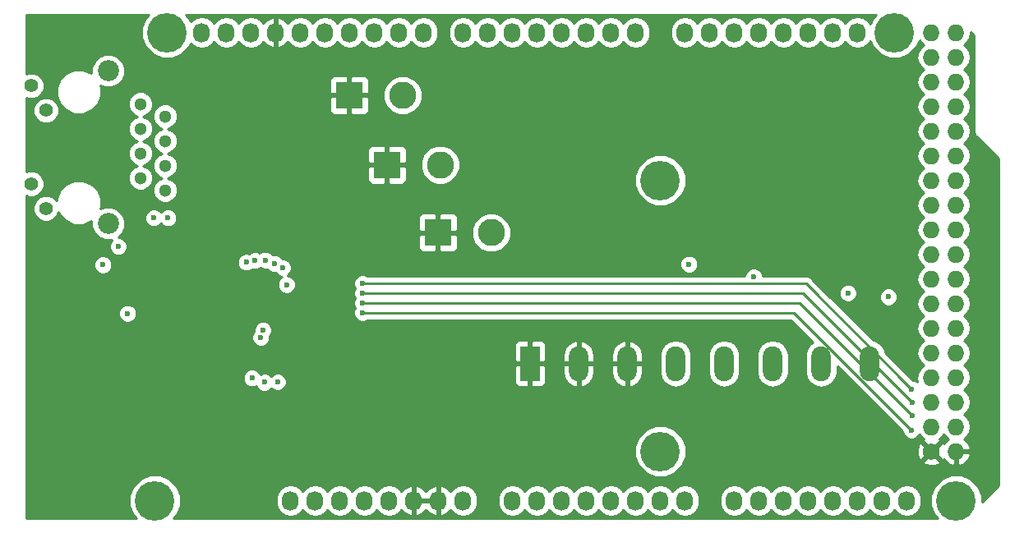
<source format=gbr>
G04 #@! TF.GenerationSoftware,KiCad,Pcbnew,(5.0.2)-1*
G04 #@! TF.CreationDate,2019-06-14T17:16:18-02:30*
G04 #@! TF.ProjectId,arduinoShield,61726475-696e-46f5-9368-69656c642e6b,rev?*
G04 #@! TF.SameCoordinates,Original*
G04 #@! TF.FileFunction,Copper,L3,Inr*
G04 #@! TF.FilePolarity,Positive*
%FSLAX46Y46*%
G04 Gerber Fmt 4.6, Leading zero omitted, Abs format (unit mm)*
G04 Created by KiCad (PCBNEW (5.0.2)-1) date 6/14/2019 5:16:18 PM*
%MOMM*%
%LPD*%
G01*
G04 APERTURE LIST*
G04 #@! TA.AperFunction,ViaPad*
%ADD10C,1.727200*%
G04 #@! TD*
G04 #@! TA.AperFunction,ViaPad*
%ADD11O,1.727200X1.727200*%
G04 #@! TD*
G04 #@! TA.AperFunction,ViaPad*
%ADD12O,1.727200X2.032000*%
G04 #@! TD*
G04 #@! TA.AperFunction,ViaPad*
%ADD13C,4.064000*%
G04 #@! TD*
G04 #@! TA.AperFunction,ViaPad*
%ADD14C,1.408000*%
G04 #@! TD*
G04 #@! TA.AperFunction,ViaPad*
%ADD15C,2.184400*%
G04 #@! TD*
G04 #@! TA.AperFunction,ViaPad*
%ADD16C,1.300000*%
G04 #@! TD*
G04 #@! TA.AperFunction,ViaPad*
%ADD17C,2.800000*%
G04 #@! TD*
G04 #@! TA.AperFunction,ViaPad*
%ADD18R,2.800000X2.800000*%
G04 #@! TD*
G04 #@! TA.AperFunction,ViaPad*
%ADD19O,2.000000X3.600000*%
G04 #@! TD*
G04 #@! TA.AperFunction,ViaPad*
%ADD20R,2.000000X3.600000*%
G04 #@! TD*
G04 #@! TA.AperFunction,ViaPad*
%ADD21C,0.600000*%
G04 #@! TD*
G04 #@! TA.AperFunction,Conductor*
%ADD22C,0.250000*%
G04 #@! TD*
G04 #@! TA.AperFunction,Conductor*
%ADD23C,0.254000*%
G04 #@! TD*
G04 APERTURE END LIST*
D10*
G04 #@! TO.N,GND*
G04 #@! TO.C,P1*
X144108000Y-142296000D03*
D11*
X146648000Y-142296000D03*
G04 #@! TO.N,NETW_SCLK*
X144108000Y-139756000D03*
G04 #@! TO.N,NETW_SS*
X146648000Y-139756000D03*
G04 #@! TO.N,NETW_MISO*
X144108000Y-137216000D03*
G04 #@! TO.N,NETW_MOSI*
X146648000Y-137216000D03*
G04 #@! TO.N,/48*
X144108000Y-134676000D03*
G04 #@! TO.N,/49*
X146648000Y-134676000D03*
G04 #@! TO.N,/46*
X144108000Y-132136000D03*
G04 #@! TO.N,/47*
X146648000Y-132136000D03*
G04 #@! TO.N,/44*
X144108000Y-129596000D03*
G04 #@! TO.N,/45*
X146648000Y-129596000D03*
G04 #@! TO.N,/42*
X144108000Y-127056000D03*
G04 #@! TO.N,/43*
X146648000Y-127056000D03*
G04 #@! TO.N,/40*
X144108000Y-124516000D03*
G04 #@! TO.N,/41*
X146648000Y-124516000D03*
G04 #@! TO.N,/38*
X144108000Y-121976000D03*
G04 #@! TO.N,/39*
X146648000Y-121976000D03*
G04 #@! TO.N,/36*
X144108000Y-119436000D03*
G04 #@! TO.N,/37*
X146648000Y-119436000D03*
G04 #@! TO.N,/34*
X144108000Y-116896000D03*
G04 #@! TO.N,/35*
X146648000Y-116896000D03*
G04 #@! TO.N,/32*
X144108000Y-114356000D03*
G04 #@! TO.N,/33*
X146648000Y-114356000D03*
G04 #@! TO.N,/30*
X144108000Y-111816000D03*
G04 #@! TO.N,/31*
X146648000Y-111816000D03*
G04 #@! TO.N,/28*
X144108000Y-109276000D03*
G04 #@! TO.N,/29*
X146648000Y-109276000D03*
G04 #@! TO.N,/26*
X144108000Y-106736000D03*
G04 #@! TO.N,/27*
X146648000Y-106736000D03*
G04 #@! TO.N,/24*
X144108000Y-104196000D03*
G04 #@! TO.N,/25*
X146648000Y-104196000D03*
G04 #@! TO.N,/22*
X144108000Y-101656000D03*
G04 #@! TO.N,/23*
X146648000Y-101656000D03*
G04 #@! TO.N,+5V*
X144108000Y-99116000D03*
X146648000Y-99116000D03*
G04 #@! TD*
D12*
G04 #@! TO.N,Net-(P2-Pad1)*
G04 #@! TO.C,P2*
X78068000Y-147376000D03*
G04 #@! TO.N,/IOREF*
X80608000Y-147376000D03*
G04 #@! TO.N,NETW_RST_L*
X83148000Y-147376000D03*
G04 #@! TO.N,+3V3*
X85688000Y-147376000D03*
G04 #@! TO.N,Net-(P2-Pad5)*
X88228000Y-147376000D03*
G04 #@! TO.N,GND*
X90768000Y-147376000D03*
X93308000Y-147376000D03*
G04 #@! TO.N,/Vin*
X95848000Y-147376000D03*
G04 #@! TD*
G04 #@! TO.N,/A0*
G04 #@! TO.C,P3*
X100928000Y-147376000D03*
G04 #@! TO.N,/A1*
X103468000Y-147376000D03*
G04 #@! TO.N,/A2*
X106008000Y-147376000D03*
G04 #@! TO.N,/A3*
X108548000Y-147376000D03*
G04 #@! TO.N,/A4*
X111088000Y-147376000D03*
G04 #@! TO.N,/A5*
X113628000Y-147376000D03*
G04 #@! TO.N,/A6*
X116168000Y-147376000D03*
G04 #@! TO.N,/A7*
X118708000Y-147376000D03*
G04 #@! TD*
G04 #@! TO.N,/A8*
G04 #@! TO.C,P4*
X123788000Y-147376000D03*
G04 #@! TO.N,/A9*
X126328000Y-147376000D03*
G04 #@! TO.N,/A10*
X128868000Y-147376000D03*
G04 #@! TO.N,/A11*
X131408000Y-147376000D03*
G04 #@! TO.N,/A12*
X133948000Y-147376000D03*
G04 #@! TO.N,/A13*
X136488000Y-147376000D03*
G04 #@! TO.N,/A14*
X139028000Y-147376000D03*
G04 #@! TO.N,/A15*
X141568000Y-147376000D03*
G04 #@! TD*
G04 #@! TO.N,/SCL*
G04 #@! TO.C,P5*
X68924000Y-99116000D03*
G04 #@! TO.N,/SDA*
X71464000Y-99116000D03*
G04 #@! TO.N,/AREF*
X74004000Y-99116000D03*
G04 #@! TO.N,GND*
X76544000Y-99116000D03*
G04 #@! TO.N,/13(\002A\002A)*
X79084000Y-99116000D03*
G04 #@! TO.N,/12(\002A\002A)*
X81624000Y-99116000D03*
G04 #@! TO.N,/11(\002A\002A)*
X84164000Y-99116000D03*
G04 #@! TO.N,/10(\002A\002A)*
X86704000Y-99116000D03*
G04 #@! TO.N,/9(\002A\002A)*
X89244000Y-99116000D03*
G04 #@! TO.N,/8(\002A\002A)*
X91784000Y-99116000D03*
G04 #@! TD*
G04 #@! TO.N,/7(\002A\002A)*
G04 #@! TO.C,P6*
X95848000Y-99116000D03*
G04 #@! TO.N,/6(\002A\002A)*
X98388000Y-99116000D03*
G04 #@! TO.N,/5(\002A\002A)*
X100928000Y-99116000D03*
G04 #@! TO.N,/4(\002A\002A)*
X103468000Y-99116000D03*
G04 #@! TO.N,/3(\002A\002A)*
X106008000Y-99116000D03*
G04 #@! TO.N,/2(\002A\002A)*
X108548000Y-99116000D03*
G04 #@! TO.N,/1(Tx0)*
X111088000Y-99116000D03*
G04 #@! TO.N,/0(Rx0)*
X113628000Y-99116000D03*
G04 #@! TD*
G04 #@! TO.N,/14(Tx3)*
G04 #@! TO.C,P7*
X118708000Y-99116000D03*
G04 #@! TO.N,/15(Rx3)*
X121248000Y-99116000D03*
G04 #@! TO.N,/16(Tx2)*
X123788000Y-99116000D03*
G04 #@! TO.N,/17(Rx2)*
X126328000Y-99116000D03*
G04 #@! TO.N,/18(Tx1)*
X128868000Y-99116000D03*
G04 #@! TO.N,/19(Rx1)*
X131408000Y-99116000D03*
G04 #@! TO.N,/20(SDA)*
X133948000Y-99116000D03*
G04 #@! TO.N,/21(SCL)*
X136488000Y-99116000D03*
G04 #@! TD*
D13*
G04 #@! TO.N,Net-(P8-Pad1)*
G04 #@! TO.C,P8*
X64098000Y-147376000D03*
G04 #@! TD*
G04 #@! TO.N,Net-(P9-Pad1)*
G04 #@! TO.C,P9*
X116168000Y-142296000D03*
G04 #@! TD*
G04 #@! TO.N,Net-(P10-Pad1)*
G04 #@! TO.C,P10*
X146648000Y-147376000D03*
G04 #@! TD*
G04 #@! TO.N,Net-(P11-Pad1)*
G04 #@! TO.C,P11*
X65368000Y-99116000D03*
G04 #@! TD*
G04 #@! TO.N,Net-(P12-Pad1)*
G04 #@! TO.C,P12*
X116168000Y-114356000D03*
G04 #@! TD*
G04 #@! TO.N,Net-(P13-Pad1)*
G04 #@! TO.C,P13*
X140298000Y-99116000D03*
G04 #@! TD*
D14*
G04 #@! TO.N,/wiznet/LINK_LED_R*
G04 #@! TO.C,P14*
X51360870Y-114713620D03*
G04 #@! TO.N,3V3_WIZ*
X52880870Y-107143620D03*
G04 #@! TO.N,/wiznet/ACT_LED_R*
X51360370Y-104605470D03*
G04 #@! TO.N,3V3_WIZ*
X52880370Y-117255470D03*
D15*
G04 #@! TO.N,Net-(FB2-Pad1)*
X59308960Y-118804210D03*
X59308960Y-103054210D03*
D16*
G04 #@! TO.N,/wiznet/TX_R_P*
X62608960Y-106484210D03*
G04 #@! TO.N,/wiznet/TX_R_N*
X65148960Y-107754210D03*
G04 #@! TO.N,Net-(C15-Pad2)*
X62608960Y-109024210D03*
G04 #@! TO.N,Net-(P14-PadR4)*
X65148960Y-110294209D03*
G04 #@! TO.N,Net-(P14-PadR5)*
X62608960Y-111564209D03*
G04 #@! TO.N,Net-(P14-PadR6)*
X65148960Y-112834210D03*
G04 #@! TO.N,/wiznet/RX_C_P*
X62608960Y-114104210D03*
G04 #@! TO.N,/wiznet/RX_C_N*
X65148960Y-115374210D03*
G04 #@! TD*
D17*
G04 #@! TO.N,Net-(J1-Pad2)*
G04 #@! TO.C,J1*
X89620000Y-105580000D03*
D18*
G04 #@! TO.N,GND*
X84120000Y-105580000D03*
G04 #@! TD*
G04 #@! TO.N,GND*
G04 #@! TO.C,J2*
X88000000Y-112750000D03*
D17*
G04 #@! TO.N,Net-(J2-Pad2)*
X93500000Y-112750000D03*
G04 #@! TD*
G04 #@! TO.N,/19(Rx1)*
G04 #@! TO.C,J3*
X98750000Y-119750000D03*
D18*
G04 #@! TO.N,GND*
X93250000Y-119750000D03*
G04 #@! TD*
D19*
G04 #@! TO.N,Net-(J4-Pad8)*
G04 #@! TO.C,J4*
X137750000Y-133250000D03*
G04 #@! TO.N,/A8*
X132750000Y-133250000D03*
G04 #@! TO.N,/A4*
X127750000Y-133250000D03*
G04 #@! TO.N,/A3*
X122750000Y-133250000D03*
G04 #@! TO.N,/A2*
X117750000Y-133250000D03*
G04 #@! TO.N,GND*
X112750000Y-133250000D03*
X107750000Y-133250000D03*
D20*
X102750000Y-133250000D03*
G04 #@! TD*
D21*
G04 #@! TO.N,GND*
X72130000Y-135090000D03*
X73720000Y-135790000D03*
X64450000Y-134070000D03*
X84210000Y-135150000D03*
X96740000Y-137770000D03*
X91910000Y-136670000D03*
X54815893Y-123714854D03*
X74150000Y-116060000D03*
X69970000Y-134880000D03*
X75920000Y-139740000D03*
X70580000Y-139670000D03*
X79460000Y-130260000D03*
X116230000Y-122760000D03*
X109980000Y-112750000D03*
X97920000Y-106890000D03*
X120830000Y-107650000D03*
X57370000Y-98240000D03*
X65960000Y-125500000D03*
X70000000Y-123550000D03*
X63330000Y-130770000D03*
X139425329Y-115950000D03*
X137175000Y-105800000D03*
X132250000Y-139750000D03*
G04 #@! TO.N,+5V*
X119130000Y-123000000D03*
X139675000Y-126375000D03*
X135500000Y-125975000D03*
X125800000Y-124300000D03*
G04 #@! TO.N,/wiznet/REF_CAP*
X74110000Y-134740000D03*
G04 #@! TO.N,/wiznet/1V20*
X75380000Y-135180000D03*
G04 #@! TO.N,Net-(C12-Pad2)*
X61280000Y-128080000D03*
G04 #@! TO.N,NETW_SCLK*
X142100000Y-138570000D03*
X85500000Y-127000000D03*
G04 #@! TO.N,NETW_SS*
X142040000Y-140110000D03*
X85500000Y-128000000D03*
G04 #@! TO.N,NETW_MISO*
X142094000Y-137216000D03*
X85500000Y-126000000D03*
G04 #@! TO.N,NETW_MOSI*
X142080000Y-135870000D03*
X85500000Y-125000000D03*
G04 #@! TO.N,/wiznet/LINK_LED*
X58750000Y-123070000D03*
X75010000Y-130570000D03*
G04 #@! TO.N,/wiznet/ACT_LED*
X60340000Y-121180000D03*
X75240000Y-129790000D03*
G04 #@! TO.N,/wiznet/RSVD0*
X76760000Y-135140000D03*
G04 #@! TO.N,/wiznet/RSVD1*
X77260000Y-123370000D03*
G04 #@! TO.N,/wiznet/TX_R_P*
X63980000Y-118240000D03*
G04 #@! TO.N,/wiznet/TX_R_N*
X65450000Y-118240000D03*
G04 #@! TO.N,/wiznet/RSVD2*
X76460000Y-122970000D03*
G04 #@! TO.N,/wiznet/RSVD3*
X75470000Y-122590000D03*
G04 #@! TO.N,/wiznet/RSVD4*
X74430000Y-122610000D03*
G04 #@! TO.N,/wiznet/RSVD5*
X73530000Y-122800000D03*
G04 #@! TO.N,NETW_RST_L*
X77670000Y-125120000D03*
G04 #@! TD*
D22*
G04 #@! TO.N,NETW_SCLK*
X85924264Y-127000000D02*
X85500000Y-127000000D01*
X130530000Y-127000000D02*
X85924264Y-127000000D01*
X142100000Y-138570000D02*
X130530000Y-127000000D01*
G04 #@! TO.N,NETW_SS*
X142040000Y-140110000D02*
X129930000Y-128000000D01*
X129930000Y-128000000D02*
X85924264Y-128000000D01*
X85924264Y-128000000D02*
X85500000Y-128000000D01*
G04 #@! TO.N,NETW_MISO*
X85924264Y-126000000D02*
X85500000Y-126000000D01*
X142090000Y-137220000D02*
X130870000Y-126000000D01*
X130870000Y-126000000D02*
X85924264Y-126000000D01*
G04 #@! TO.N,NETW_MOSI*
X131210000Y-125000000D02*
X85924264Y-125000000D01*
X142080000Y-135870000D02*
X131210000Y-125000000D01*
X85924264Y-125000000D02*
X85500000Y-125000000D01*
G04 #@! TD*
D23*
G04 #@! TO.N,GND*
G36*
X63107026Y-97605266D02*
X62701000Y-98585501D01*
X62701000Y-99646499D01*
X63107026Y-100626734D01*
X63857266Y-101376974D01*
X64837501Y-101783000D01*
X65898499Y-101783000D01*
X66878734Y-101376974D01*
X67628974Y-100626734D01*
X67782156Y-100256918D01*
X67843570Y-100348830D01*
X68339276Y-100680050D01*
X68924000Y-100796359D01*
X69508725Y-100680050D01*
X70004430Y-100348830D01*
X70194000Y-100065119D01*
X70383570Y-100348830D01*
X70879276Y-100680050D01*
X71464000Y-100796359D01*
X72048725Y-100680050D01*
X72544430Y-100348830D01*
X72734000Y-100065119D01*
X72923570Y-100348830D01*
X73419276Y-100680050D01*
X74004000Y-100796359D01*
X74588725Y-100680050D01*
X75084430Y-100348830D01*
X75277909Y-100059267D01*
X75641964Y-100466732D01*
X76169209Y-100720709D01*
X76184974Y-100723358D01*
X76417000Y-100602217D01*
X76417000Y-99243000D01*
X76397000Y-99243000D01*
X76397000Y-98989000D01*
X76417000Y-98989000D01*
X76417000Y-97629783D01*
X76671000Y-97629783D01*
X76671000Y-98989000D01*
X76691000Y-98989000D01*
X76691000Y-99243000D01*
X76671000Y-99243000D01*
X76671000Y-100602217D01*
X76903026Y-100723358D01*
X76918791Y-100720709D01*
X77446036Y-100466732D01*
X77810090Y-100059268D01*
X78003570Y-100348830D01*
X78499276Y-100680050D01*
X79084000Y-100796359D01*
X79668725Y-100680050D01*
X80164430Y-100348830D01*
X80354000Y-100065119D01*
X80543570Y-100348830D01*
X81039276Y-100680050D01*
X81624000Y-100796359D01*
X82208725Y-100680050D01*
X82704430Y-100348830D01*
X82894000Y-100065119D01*
X83083570Y-100348830D01*
X83579276Y-100680050D01*
X84164000Y-100796359D01*
X84748725Y-100680050D01*
X85244430Y-100348830D01*
X85434000Y-100065119D01*
X85623570Y-100348830D01*
X86119276Y-100680050D01*
X86704000Y-100796359D01*
X87288725Y-100680050D01*
X87784430Y-100348830D01*
X87974000Y-100065119D01*
X88163570Y-100348830D01*
X88659276Y-100680050D01*
X89244000Y-100796359D01*
X89828725Y-100680050D01*
X90324430Y-100348830D01*
X90514000Y-100065119D01*
X90703570Y-100348830D01*
X91199276Y-100680050D01*
X91784000Y-100796359D01*
X92368725Y-100680050D01*
X92864430Y-100348830D01*
X93195650Y-99853124D01*
X93282600Y-99415997D01*
X93282600Y-98816003D01*
X94349400Y-98816003D01*
X94349400Y-99415998D01*
X94436350Y-99853125D01*
X94767570Y-100348830D01*
X95263276Y-100680050D01*
X95848000Y-100796359D01*
X96432725Y-100680050D01*
X96928430Y-100348830D01*
X97118000Y-100065119D01*
X97307570Y-100348830D01*
X97803276Y-100680050D01*
X98388000Y-100796359D01*
X98972725Y-100680050D01*
X99468430Y-100348830D01*
X99658000Y-100065119D01*
X99847570Y-100348830D01*
X100343276Y-100680050D01*
X100928000Y-100796359D01*
X101512725Y-100680050D01*
X102008430Y-100348830D01*
X102198000Y-100065119D01*
X102387570Y-100348830D01*
X102883276Y-100680050D01*
X103468000Y-100796359D01*
X104052725Y-100680050D01*
X104548430Y-100348830D01*
X104738000Y-100065119D01*
X104927570Y-100348830D01*
X105423276Y-100680050D01*
X106008000Y-100796359D01*
X106592725Y-100680050D01*
X107088430Y-100348830D01*
X107278000Y-100065119D01*
X107467570Y-100348830D01*
X107963276Y-100680050D01*
X108548000Y-100796359D01*
X109132725Y-100680050D01*
X109628430Y-100348830D01*
X109818000Y-100065119D01*
X110007570Y-100348830D01*
X110503276Y-100680050D01*
X111088000Y-100796359D01*
X111672725Y-100680050D01*
X112168430Y-100348830D01*
X112358000Y-100065119D01*
X112547570Y-100348830D01*
X113043276Y-100680050D01*
X113628000Y-100796359D01*
X114212725Y-100680050D01*
X114708430Y-100348830D01*
X115039650Y-99853124D01*
X115126600Y-99415997D01*
X115126600Y-98816002D01*
X115039650Y-98378875D01*
X114708430Y-97883170D01*
X114212724Y-97551950D01*
X113628000Y-97435641D01*
X113043275Y-97551950D01*
X112547570Y-97883170D01*
X112358000Y-98166881D01*
X112168430Y-97883170D01*
X111672724Y-97551950D01*
X111088000Y-97435641D01*
X110503275Y-97551950D01*
X110007570Y-97883170D01*
X109818000Y-98166881D01*
X109628430Y-97883170D01*
X109132724Y-97551950D01*
X108548000Y-97435641D01*
X107963275Y-97551950D01*
X107467570Y-97883170D01*
X107278000Y-98166881D01*
X107088430Y-97883170D01*
X106592724Y-97551950D01*
X106008000Y-97435641D01*
X105423275Y-97551950D01*
X104927570Y-97883170D01*
X104738000Y-98166881D01*
X104548430Y-97883170D01*
X104052724Y-97551950D01*
X103468000Y-97435641D01*
X102883275Y-97551950D01*
X102387570Y-97883170D01*
X102198000Y-98166881D01*
X102008430Y-97883170D01*
X101512724Y-97551950D01*
X100928000Y-97435641D01*
X100343275Y-97551950D01*
X99847570Y-97883170D01*
X99658000Y-98166881D01*
X99468430Y-97883170D01*
X98972724Y-97551950D01*
X98388000Y-97435641D01*
X97803275Y-97551950D01*
X97307570Y-97883170D01*
X97118000Y-98166881D01*
X96928430Y-97883170D01*
X96432724Y-97551950D01*
X95848000Y-97435641D01*
X95263275Y-97551950D01*
X94767570Y-97883170D01*
X94436350Y-98378876D01*
X94349400Y-98816003D01*
X93282600Y-98816003D01*
X93282600Y-98816002D01*
X93195650Y-98378875D01*
X92864430Y-97883170D01*
X92368724Y-97551950D01*
X91784000Y-97435641D01*
X91199275Y-97551950D01*
X90703570Y-97883170D01*
X90514000Y-98166881D01*
X90324430Y-97883170D01*
X89828724Y-97551950D01*
X89244000Y-97435641D01*
X88659275Y-97551950D01*
X88163570Y-97883170D01*
X87974000Y-98166881D01*
X87784430Y-97883170D01*
X87288724Y-97551950D01*
X86704000Y-97435641D01*
X86119275Y-97551950D01*
X85623570Y-97883170D01*
X85434000Y-98166881D01*
X85244430Y-97883170D01*
X84748724Y-97551950D01*
X84164000Y-97435641D01*
X83579275Y-97551950D01*
X83083570Y-97883170D01*
X82894000Y-98166881D01*
X82704430Y-97883170D01*
X82208724Y-97551950D01*
X81624000Y-97435641D01*
X81039275Y-97551950D01*
X80543570Y-97883170D01*
X80354000Y-98166881D01*
X80164430Y-97883170D01*
X79668724Y-97551950D01*
X79084000Y-97435641D01*
X78499275Y-97551950D01*
X78003570Y-97883170D01*
X77810091Y-98172733D01*
X77446036Y-97765268D01*
X76918791Y-97511291D01*
X76903026Y-97508642D01*
X76671000Y-97629783D01*
X76417000Y-97629783D01*
X76184974Y-97508642D01*
X76169209Y-97511291D01*
X75641964Y-97765268D01*
X75277910Y-98172732D01*
X75084430Y-97883170D01*
X74588724Y-97551950D01*
X74004000Y-97435641D01*
X73419275Y-97551950D01*
X72923570Y-97883170D01*
X72734000Y-98166881D01*
X72544430Y-97883170D01*
X72048724Y-97551950D01*
X71464000Y-97435641D01*
X70879275Y-97551950D01*
X70383570Y-97883170D01*
X70194000Y-98166881D01*
X70004430Y-97883170D01*
X69508724Y-97551950D01*
X68924000Y-97435641D01*
X68339275Y-97551950D01*
X67843570Y-97883170D01*
X67782156Y-97975082D01*
X67628974Y-97605266D01*
X67309708Y-97286000D01*
X138356292Y-97286000D01*
X138037026Y-97605266D01*
X137786642Y-98209747D01*
X137568430Y-97883170D01*
X137072724Y-97551950D01*
X136488000Y-97435641D01*
X135903275Y-97551950D01*
X135407570Y-97883170D01*
X135218000Y-98166881D01*
X135028430Y-97883170D01*
X134532724Y-97551950D01*
X133948000Y-97435641D01*
X133363275Y-97551950D01*
X132867570Y-97883170D01*
X132678000Y-98166881D01*
X132488430Y-97883170D01*
X131992724Y-97551950D01*
X131408000Y-97435641D01*
X130823275Y-97551950D01*
X130327570Y-97883170D01*
X130138000Y-98166881D01*
X129948430Y-97883170D01*
X129452724Y-97551950D01*
X128868000Y-97435641D01*
X128283275Y-97551950D01*
X127787570Y-97883170D01*
X127598000Y-98166881D01*
X127408430Y-97883170D01*
X126912724Y-97551950D01*
X126328000Y-97435641D01*
X125743275Y-97551950D01*
X125247570Y-97883170D01*
X125058000Y-98166881D01*
X124868430Y-97883170D01*
X124372724Y-97551950D01*
X123788000Y-97435641D01*
X123203275Y-97551950D01*
X122707570Y-97883170D01*
X122518000Y-98166881D01*
X122328430Y-97883170D01*
X121832724Y-97551950D01*
X121248000Y-97435641D01*
X120663275Y-97551950D01*
X120167570Y-97883170D01*
X119978000Y-98166881D01*
X119788430Y-97883170D01*
X119292724Y-97551950D01*
X118708000Y-97435641D01*
X118123275Y-97551950D01*
X117627570Y-97883170D01*
X117296350Y-98378876D01*
X117209400Y-98816003D01*
X117209400Y-99415998D01*
X117296350Y-99853125D01*
X117627570Y-100348830D01*
X118123276Y-100680050D01*
X118708000Y-100796359D01*
X119292725Y-100680050D01*
X119788430Y-100348830D01*
X119978000Y-100065119D01*
X120167570Y-100348830D01*
X120663276Y-100680050D01*
X121248000Y-100796359D01*
X121832725Y-100680050D01*
X122328430Y-100348830D01*
X122518000Y-100065119D01*
X122707570Y-100348830D01*
X123203276Y-100680050D01*
X123788000Y-100796359D01*
X124372725Y-100680050D01*
X124868430Y-100348830D01*
X125058000Y-100065119D01*
X125247570Y-100348830D01*
X125743276Y-100680050D01*
X126328000Y-100796359D01*
X126912725Y-100680050D01*
X127408430Y-100348830D01*
X127598000Y-100065119D01*
X127787570Y-100348830D01*
X128283276Y-100680050D01*
X128868000Y-100796359D01*
X129452725Y-100680050D01*
X129948430Y-100348830D01*
X130138000Y-100065119D01*
X130327570Y-100348830D01*
X130823276Y-100680050D01*
X131408000Y-100796359D01*
X131992725Y-100680050D01*
X132488430Y-100348830D01*
X132678000Y-100065119D01*
X132867570Y-100348830D01*
X133363276Y-100680050D01*
X133948000Y-100796359D01*
X134532725Y-100680050D01*
X135028430Y-100348830D01*
X135218000Y-100065119D01*
X135407570Y-100348830D01*
X135903276Y-100680050D01*
X136488000Y-100796359D01*
X137072725Y-100680050D01*
X137568430Y-100348830D01*
X137786642Y-100022253D01*
X138037026Y-100626734D01*
X138787266Y-101376974D01*
X139767501Y-101783000D01*
X140828499Y-101783000D01*
X141808734Y-101376974D01*
X142558974Y-100626734D01*
X142848327Y-99928174D01*
X143027570Y-100196430D01*
X143311281Y-100386000D01*
X143027570Y-100575570D01*
X142696350Y-101071275D01*
X142580041Y-101656000D01*
X142696350Y-102240725D01*
X143027570Y-102736430D01*
X143311281Y-102926000D01*
X143027570Y-103115570D01*
X142696350Y-103611275D01*
X142580041Y-104196000D01*
X142696350Y-104780725D01*
X143027570Y-105276430D01*
X143311281Y-105466000D01*
X143027570Y-105655570D01*
X142696350Y-106151275D01*
X142580041Y-106736000D01*
X142696350Y-107320725D01*
X143027570Y-107816430D01*
X143311281Y-108006000D01*
X143027570Y-108195570D01*
X142696350Y-108691275D01*
X142580041Y-109276000D01*
X142696350Y-109860725D01*
X143027570Y-110356430D01*
X143311281Y-110546000D01*
X143027570Y-110735570D01*
X142696350Y-111231275D01*
X142580041Y-111816000D01*
X142696350Y-112400725D01*
X143027570Y-112896430D01*
X143311281Y-113086000D01*
X143027570Y-113275570D01*
X142696350Y-113771275D01*
X142580041Y-114356000D01*
X142696350Y-114940725D01*
X143027570Y-115436430D01*
X143311281Y-115626000D01*
X143027570Y-115815570D01*
X142696350Y-116311275D01*
X142580041Y-116896000D01*
X142696350Y-117480725D01*
X143027570Y-117976430D01*
X143311281Y-118166000D01*
X143027570Y-118355570D01*
X142696350Y-118851275D01*
X142580041Y-119436000D01*
X142696350Y-120020725D01*
X143027570Y-120516430D01*
X143311281Y-120706000D01*
X143027570Y-120895570D01*
X142696350Y-121391275D01*
X142580041Y-121976000D01*
X142696350Y-122560725D01*
X143027570Y-123056430D01*
X143311281Y-123246000D01*
X143027570Y-123435570D01*
X142696350Y-123931275D01*
X142580041Y-124516000D01*
X142696350Y-125100725D01*
X143027570Y-125596430D01*
X143311281Y-125786000D01*
X143027570Y-125975570D01*
X142696350Y-126471275D01*
X142580041Y-127056000D01*
X142696350Y-127640725D01*
X143027570Y-128136430D01*
X143311281Y-128326000D01*
X143027570Y-128515570D01*
X142696350Y-129011275D01*
X142580041Y-129596000D01*
X142696350Y-130180725D01*
X143027570Y-130676430D01*
X143311281Y-130866000D01*
X143027570Y-131055570D01*
X142696350Y-131551275D01*
X142580041Y-132136000D01*
X142696350Y-132720725D01*
X143027570Y-133216430D01*
X143311281Y-133406000D01*
X143027570Y-133595570D01*
X142696350Y-134091275D01*
X142580041Y-134676000D01*
X142672348Y-135140058D01*
X142609635Y-135077345D01*
X142265983Y-134935000D01*
X142219803Y-134935000D01*
X139338128Y-132053325D01*
X139290136Y-131812055D01*
X138928769Y-131271231D01*
X138387944Y-130909864D01*
X138146675Y-130861873D01*
X133073819Y-125789017D01*
X134565000Y-125789017D01*
X134565000Y-126160983D01*
X134707345Y-126504635D01*
X134970365Y-126767655D01*
X135314017Y-126910000D01*
X135685983Y-126910000D01*
X136029635Y-126767655D01*
X136292655Y-126504635D01*
X136423387Y-126189017D01*
X138740000Y-126189017D01*
X138740000Y-126560983D01*
X138882345Y-126904635D01*
X139145365Y-127167655D01*
X139489017Y-127310000D01*
X139860983Y-127310000D01*
X140204635Y-127167655D01*
X140467655Y-126904635D01*
X140610000Y-126560983D01*
X140610000Y-126189017D01*
X140467655Y-125845365D01*
X140204635Y-125582345D01*
X139860983Y-125440000D01*
X139489017Y-125440000D01*
X139145365Y-125582345D01*
X138882345Y-125845365D01*
X138740000Y-126189017D01*
X136423387Y-126189017D01*
X136435000Y-126160983D01*
X136435000Y-125789017D01*
X136292655Y-125445365D01*
X136029635Y-125182345D01*
X135685983Y-125040000D01*
X135314017Y-125040000D01*
X134970365Y-125182345D01*
X134707345Y-125445365D01*
X134565000Y-125789017D01*
X133073819Y-125789017D01*
X131800331Y-124515530D01*
X131757929Y-124452071D01*
X131506537Y-124284096D01*
X131284852Y-124240000D01*
X131284847Y-124240000D01*
X131210000Y-124225112D01*
X131135153Y-124240000D01*
X126735000Y-124240000D01*
X126735000Y-124114017D01*
X126592655Y-123770365D01*
X126329635Y-123507345D01*
X125985983Y-123365000D01*
X125614017Y-123365000D01*
X125270365Y-123507345D01*
X125007345Y-123770365D01*
X124865000Y-124114017D01*
X124865000Y-124240000D01*
X86062290Y-124240000D01*
X86029635Y-124207345D01*
X85685983Y-124065000D01*
X85314017Y-124065000D01*
X84970365Y-124207345D01*
X84707345Y-124470365D01*
X84565000Y-124814017D01*
X84565000Y-125185983D01*
X84695070Y-125500000D01*
X84565000Y-125814017D01*
X84565000Y-126185983D01*
X84695070Y-126500000D01*
X84565000Y-126814017D01*
X84565000Y-127185983D01*
X84695070Y-127500000D01*
X84565000Y-127814017D01*
X84565000Y-128185983D01*
X84707345Y-128529635D01*
X84970365Y-128792655D01*
X85314017Y-128935000D01*
X85685983Y-128935000D01*
X86029635Y-128792655D01*
X86062290Y-128760000D01*
X129615199Y-128760000D01*
X131904048Y-131048850D01*
X131571231Y-131271231D01*
X131209864Y-131812056D01*
X131115000Y-132288970D01*
X131115000Y-134211031D01*
X131209865Y-134687945D01*
X131571232Y-135228769D01*
X132112056Y-135590136D01*
X132750000Y-135717031D01*
X133387945Y-135590136D01*
X133928769Y-135228769D01*
X134290136Y-134687945D01*
X134385000Y-134211031D01*
X134385000Y-133529801D01*
X141105000Y-140249802D01*
X141105000Y-140295983D01*
X141247345Y-140639635D01*
X141510365Y-140902655D01*
X141854017Y-141045000D01*
X142225983Y-141045000D01*
X142569635Y-140902655D01*
X142832655Y-140639635D01*
X142856925Y-140581042D01*
X143027570Y-140836430D01*
X143305215Y-141021947D01*
X143233800Y-141242195D01*
X144108000Y-142116395D01*
X144982200Y-141242195D01*
X144910785Y-141021947D01*
X145188430Y-140836430D01*
X145378000Y-140552719D01*
X145567570Y-140836430D01*
X145855826Y-141029037D01*
X145441179Y-141407510D01*
X145398510Y-141498551D01*
X145161805Y-141421800D01*
X144287605Y-142296000D01*
X145161805Y-143170200D01*
X145398510Y-143093449D01*
X145441179Y-143184490D01*
X145873053Y-143578688D01*
X146288974Y-143750958D01*
X146521000Y-143629817D01*
X146521000Y-142423000D01*
X146775000Y-142423000D01*
X146775000Y-143629817D01*
X147007026Y-143750958D01*
X147422947Y-143578688D01*
X147854821Y-143184490D01*
X148102968Y-142655027D01*
X147982469Y-142423000D01*
X146775000Y-142423000D01*
X146521000Y-142423000D01*
X146501000Y-142423000D01*
X146501000Y-142169000D01*
X146521000Y-142169000D01*
X146521000Y-142149000D01*
X146775000Y-142149000D01*
X146775000Y-142169000D01*
X147982469Y-142169000D01*
X148102968Y-141936973D01*
X147854821Y-141407510D01*
X147440174Y-141029037D01*
X147728430Y-140836430D01*
X148059650Y-140340725D01*
X148175959Y-139756000D01*
X148059650Y-139171275D01*
X147728430Y-138675570D01*
X147444719Y-138486000D01*
X147728430Y-138296430D01*
X148059650Y-137800725D01*
X148175959Y-137216000D01*
X148059650Y-136631275D01*
X147728430Y-136135570D01*
X147444719Y-135946000D01*
X147728430Y-135756430D01*
X148059650Y-135260725D01*
X148175959Y-134676000D01*
X148059650Y-134091275D01*
X147728430Y-133595570D01*
X147444719Y-133406000D01*
X147728430Y-133216430D01*
X148059650Y-132720725D01*
X148175959Y-132136000D01*
X148059650Y-131551275D01*
X147728430Y-131055570D01*
X147444719Y-130866000D01*
X147728430Y-130676430D01*
X148059650Y-130180725D01*
X148175959Y-129596000D01*
X148059650Y-129011275D01*
X147728430Y-128515570D01*
X147444719Y-128326000D01*
X147728430Y-128136430D01*
X148059650Y-127640725D01*
X148175959Y-127056000D01*
X148059650Y-126471275D01*
X147728430Y-125975570D01*
X147444719Y-125786000D01*
X147728430Y-125596430D01*
X148059650Y-125100725D01*
X148175959Y-124516000D01*
X148059650Y-123931275D01*
X147728430Y-123435570D01*
X147444719Y-123246000D01*
X147728430Y-123056430D01*
X148059650Y-122560725D01*
X148175959Y-121976000D01*
X148059650Y-121391275D01*
X147728430Y-120895570D01*
X147444719Y-120706000D01*
X147728430Y-120516430D01*
X148059650Y-120020725D01*
X148175959Y-119436000D01*
X148059650Y-118851275D01*
X147728430Y-118355570D01*
X147444719Y-118166000D01*
X147728430Y-117976430D01*
X148059650Y-117480725D01*
X148175959Y-116896000D01*
X148059650Y-116311275D01*
X147728430Y-115815570D01*
X147444719Y-115626000D01*
X147728430Y-115436430D01*
X148059650Y-114940725D01*
X148175959Y-114356000D01*
X148059650Y-113771275D01*
X147728430Y-113275570D01*
X147444719Y-113086000D01*
X147728430Y-112896430D01*
X148059650Y-112400725D01*
X148175959Y-111816000D01*
X148059650Y-111231275D01*
X147728430Y-110735570D01*
X147444719Y-110546000D01*
X147728430Y-110356430D01*
X148059650Y-109860725D01*
X148175959Y-109276000D01*
X148059650Y-108691275D01*
X147728430Y-108195570D01*
X147444719Y-108006000D01*
X147728430Y-107816430D01*
X148059650Y-107320725D01*
X148175959Y-106736000D01*
X148059650Y-106151275D01*
X147728430Y-105655570D01*
X147444719Y-105466000D01*
X147728430Y-105276430D01*
X148059650Y-104780725D01*
X148175959Y-104196000D01*
X148059650Y-103611275D01*
X147728430Y-103115570D01*
X147444719Y-102926000D01*
X147728430Y-102736430D01*
X148059650Y-102240725D01*
X148175959Y-101656000D01*
X148059650Y-101071275D01*
X147728430Y-100575570D01*
X147444719Y-100386000D01*
X147728430Y-100196430D01*
X148059650Y-99700725D01*
X148175959Y-99116000D01*
X148173985Y-99106076D01*
X148478000Y-99410091D01*
X148478001Y-109206071D01*
X148464091Y-109276000D01*
X148519196Y-109553028D01*
X148676120Y-109787881D01*
X148735402Y-109827492D01*
X151018000Y-112110091D01*
X151018001Y-145811908D01*
X149315000Y-147514910D01*
X149315000Y-146845501D01*
X148908974Y-145865266D01*
X148158734Y-145115026D01*
X147178499Y-144709000D01*
X146117501Y-144709000D01*
X145137266Y-145115026D01*
X144387026Y-145865266D01*
X143981000Y-146845501D01*
X143981000Y-147906499D01*
X144387026Y-148886734D01*
X144706292Y-149206000D01*
X66039708Y-149206000D01*
X66358974Y-148886734D01*
X66765000Y-147906499D01*
X66765000Y-147076003D01*
X76569400Y-147076003D01*
X76569400Y-147675998D01*
X76656350Y-148113125D01*
X76987570Y-148608830D01*
X77483276Y-148940050D01*
X78068000Y-149056359D01*
X78652725Y-148940050D01*
X79148430Y-148608830D01*
X79338000Y-148325119D01*
X79527570Y-148608830D01*
X80023276Y-148940050D01*
X80608000Y-149056359D01*
X81192725Y-148940050D01*
X81688430Y-148608830D01*
X81878000Y-148325119D01*
X82067570Y-148608830D01*
X82563276Y-148940050D01*
X83148000Y-149056359D01*
X83732725Y-148940050D01*
X84228430Y-148608830D01*
X84418000Y-148325119D01*
X84607570Y-148608830D01*
X85103276Y-148940050D01*
X85688000Y-149056359D01*
X86272725Y-148940050D01*
X86768430Y-148608830D01*
X86958000Y-148325119D01*
X87147570Y-148608830D01*
X87643276Y-148940050D01*
X88228000Y-149056359D01*
X88812725Y-148940050D01*
X89308430Y-148608830D01*
X89501909Y-148319267D01*
X89865964Y-148726732D01*
X90393209Y-148980709D01*
X90408974Y-148983358D01*
X90641000Y-148862217D01*
X90641000Y-147503000D01*
X90895000Y-147503000D01*
X90895000Y-148862217D01*
X91127026Y-148983358D01*
X91142791Y-148980709D01*
X91670036Y-148726732D01*
X92038000Y-148314892D01*
X92405964Y-148726732D01*
X92933209Y-148980709D01*
X92948974Y-148983358D01*
X93181000Y-148862217D01*
X93181000Y-147503000D01*
X90895000Y-147503000D01*
X90641000Y-147503000D01*
X90621000Y-147503000D01*
X90621000Y-147249000D01*
X90641000Y-147249000D01*
X90641000Y-145889783D01*
X90895000Y-145889783D01*
X90895000Y-147249000D01*
X93181000Y-147249000D01*
X93181000Y-145889783D01*
X93435000Y-145889783D01*
X93435000Y-147249000D01*
X93455000Y-147249000D01*
X93455000Y-147503000D01*
X93435000Y-147503000D01*
X93435000Y-148862217D01*
X93667026Y-148983358D01*
X93682791Y-148980709D01*
X94210036Y-148726732D01*
X94574090Y-148319268D01*
X94767570Y-148608830D01*
X95263276Y-148940050D01*
X95848000Y-149056359D01*
X96432725Y-148940050D01*
X96928430Y-148608830D01*
X97259650Y-148113124D01*
X97346600Y-147675997D01*
X97346600Y-147076003D01*
X99429400Y-147076003D01*
X99429400Y-147675998D01*
X99516350Y-148113125D01*
X99847570Y-148608830D01*
X100343276Y-148940050D01*
X100928000Y-149056359D01*
X101512725Y-148940050D01*
X102008430Y-148608830D01*
X102198000Y-148325119D01*
X102387570Y-148608830D01*
X102883276Y-148940050D01*
X103468000Y-149056359D01*
X104052725Y-148940050D01*
X104548430Y-148608830D01*
X104738000Y-148325119D01*
X104927570Y-148608830D01*
X105423276Y-148940050D01*
X106008000Y-149056359D01*
X106592725Y-148940050D01*
X107088430Y-148608830D01*
X107278000Y-148325119D01*
X107467570Y-148608830D01*
X107963276Y-148940050D01*
X108548000Y-149056359D01*
X109132725Y-148940050D01*
X109628430Y-148608830D01*
X109818000Y-148325119D01*
X110007570Y-148608830D01*
X110503276Y-148940050D01*
X111088000Y-149056359D01*
X111672725Y-148940050D01*
X112168430Y-148608830D01*
X112358000Y-148325119D01*
X112547570Y-148608830D01*
X113043276Y-148940050D01*
X113628000Y-149056359D01*
X114212725Y-148940050D01*
X114708430Y-148608830D01*
X114898000Y-148325119D01*
X115087570Y-148608830D01*
X115583276Y-148940050D01*
X116168000Y-149056359D01*
X116752725Y-148940050D01*
X117248430Y-148608830D01*
X117438000Y-148325119D01*
X117627570Y-148608830D01*
X118123276Y-148940050D01*
X118708000Y-149056359D01*
X119292725Y-148940050D01*
X119788430Y-148608830D01*
X120119650Y-148113124D01*
X120206600Y-147675997D01*
X120206600Y-147076003D01*
X122289400Y-147076003D01*
X122289400Y-147675998D01*
X122376350Y-148113125D01*
X122707570Y-148608830D01*
X123203276Y-148940050D01*
X123788000Y-149056359D01*
X124372725Y-148940050D01*
X124868430Y-148608830D01*
X125058000Y-148325119D01*
X125247570Y-148608830D01*
X125743276Y-148940050D01*
X126328000Y-149056359D01*
X126912725Y-148940050D01*
X127408430Y-148608830D01*
X127598000Y-148325119D01*
X127787570Y-148608830D01*
X128283276Y-148940050D01*
X128868000Y-149056359D01*
X129452725Y-148940050D01*
X129948430Y-148608830D01*
X130138000Y-148325119D01*
X130327570Y-148608830D01*
X130823276Y-148940050D01*
X131408000Y-149056359D01*
X131992725Y-148940050D01*
X132488430Y-148608830D01*
X132678000Y-148325119D01*
X132867570Y-148608830D01*
X133363276Y-148940050D01*
X133948000Y-149056359D01*
X134532725Y-148940050D01*
X135028430Y-148608830D01*
X135218000Y-148325119D01*
X135407570Y-148608830D01*
X135903276Y-148940050D01*
X136488000Y-149056359D01*
X137072725Y-148940050D01*
X137568430Y-148608830D01*
X137758000Y-148325119D01*
X137947570Y-148608830D01*
X138443276Y-148940050D01*
X139028000Y-149056359D01*
X139612725Y-148940050D01*
X140108430Y-148608830D01*
X140298000Y-148325119D01*
X140487570Y-148608830D01*
X140983276Y-148940050D01*
X141568000Y-149056359D01*
X142152725Y-148940050D01*
X142648430Y-148608830D01*
X142979650Y-148113124D01*
X143066600Y-147675997D01*
X143066600Y-147076002D01*
X142979650Y-146638875D01*
X142648430Y-146143170D01*
X142152724Y-145811950D01*
X141568000Y-145695641D01*
X140983275Y-145811950D01*
X140487570Y-146143170D01*
X140298000Y-146426881D01*
X140108430Y-146143170D01*
X139612724Y-145811950D01*
X139028000Y-145695641D01*
X138443275Y-145811950D01*
X137947570Y-146143170D01*
X137758000Y-146426881D01*
X137568430Y-146143170D01*
X137072724Y-145811950D01*
X136488000Y-145695641D01*
X135903275Y-145811950D01*
X135407570Y-146143170D01*
X135218000Y-146426881D01*
X135028430Y-146143170D01*
X134532724Y-145811950D01*
X133948000Y-145695641D01*
X133363275Y-145811950D01*
X132867570Y-146143170D01*
X132678000Y-146426881D01*
X132488430Y-146143170D01*
X131992724Y-145811950D01*
X131408000Y-145695641D01*
X130823275Y-145811950D01*
X130327570Y-146143170D01*
X130138000Y-146426881D01*
X129948430Y-146143170D01*
X129452724Y-145811950D01*
X128868000Y-145695641D01*
X128283275Y-145811950D01*
X127787570Y-146143170D01*
X127598000Y-146426881D01*
X127408430Y-146143170D01*
X126912724Y-145811950D01*
X126328000Y-145695641D01*
X125743275Y-145811950D01*
X125247570Y-146143170D01*
X125058000Y-146426881D01*
X124868430Y-146143170D01*
X124372724Y-145811950D01*
X123788000Y-145695641D01*
X123203275Y-145811950D01*
X122707570Y-146143170D01*
X122376350Y-146638876D01*
X122289400Y-147076003D01*
X120206600Y-147076003D01*
X120206600Y-147076002D01*
X120119650Y-146638875D01*
X119788430Y-146143170D01*
X119292724Y-145811950D01*
X118708000Y-145695641D01*
X118123275Y-145811950D01*
X117627570Y-146143170D01*
X117438000Y-146426881D01*
X117248430Y-146143170D01*
X116752724Y-145811950D01*
X116168000Y-145695641D01*
X115583275Y-145811950D01*
X115087570Y-146143170D01*
X114898000Y-146426881D01*
X114708430Y-146143170D01*
X114212724Y-145811950D01*
X113628000Y-145695641D01*
X113043275Y-145811950D01*
X112547570Y-146143170D01*
X112358000Y-146426881D01*
X112168430Y-146143170D01*
X111672724Y-145811950D01*
X111088000Y-145695641D01*
X110503275Y-145811950D01*
X110007570Y-146143170D01*
X109818000Y-146426881D01*
X109628430Y-146143170D01*
X109132724Y-145811950D01*
X108548000Y-145695641D01*
X107963275Y-145811950D01*
X107467570Y-146143170D01*
X107278000Y-146426881D01*
X107088430Y-146143170D01*
X106592724Y-145811950D01*
X106008000Y-145695641D01*
X105423275Y-145811950D01*
X104927570Y-146143170D01*
X104738000Y-146426881D01*
X104548430Y-146143170D01*
X104052724Y-145811950D01*
X103468000Y-145695641D01*
X102883275Y-145811950D01*
X102387570Y-146143170D01*
X102198000Y-146426881D01*
X102008430Y-146143170D01*
X101512724Y-145811950D01*
X100928000Y-145695641D01*
X100343275Y-145811950D01*
X99847570Y-146143170D01*
X99516350Y-146638876D01*
X99429400Y-147076003D01*
X97346600Y-147076003D01*
X97346600Y-147076002D01*
X97259650Y-146638875D01*
X96928430Y-146143170D01*
X96432724Y-145811950D01*
X95848000Y-145695641D01*
X95263275Y-145811950D01*
X94767570Y-146143170D01*
X94574091Y-146432733D01*
X94210036Y-146025268D01*
X93682791Y-145771291D01*
X93667026Y-145768642D01*
X93435000Y-145889783D01*
X93181000Y-145889783D01*
X92948974Y-145768642D01*
X92933209Y-145771291D01*
X92405964Y-146025268D01*
X92038000Y-146437108D01*
X91670036Y-146025268D01*
X91142791Y-145771291D01*
X91127026Y-145768642D01*
X90895000Y-145889783D01*
X90641000Y-145889783D01*
X90408974Y-145768642D01*
X90393209Y-145771291D01*
X89865964Y-146025268D01*
X89501910Y-146432732D01*
X89308430Y-146143170D01*
X88812724Y-145811950D01*
X88228000Y-145695641D01*
X87643275Y-145811950D01*
X87147570Y-146143170D01*
X86958000Y-146426881D01*
X86768430Y-146143170D01*
X86272724Y-145811950D01*
X85688000Y-145695641D01*
X85103275Y-145811950D01*
X84607570Y-146143170D01*
X84418000Y-146426881D01*
X84228430Y-146143170D01*
X83732724Y-145811950D01*
X83148000Y-145695641D01*
X82563275Y-145811950D01*
X82067570Y-146143170D01*
X81878000Y-146426881D01*
X81688430Y-146143170D01*
X81192724Y-145811950D01*
X80608000Y-145695641D01*
X80023275Y-145811950D01*
X79527570Y-146143170D01*
X79338000Y-146426881D01*
X79148430Y-146143170D01*
X78652724Y-145811950D01*
X78068000Y-145695641D01*
X77483275Y-145811950D01*
X76987570Y-146143170D01*
X76656350Y-146638876D01*
X76569400Y-147076003D01*
X66765000Y-147076003D01*
X66765000Y-146845501D01*
X66358974Y-145865266D01*
X65608734Y-145115026D01*
X64628499Y-144709000D01*
X63567501Y-144709000D01*
X62587266Y-145115026D01*
X61837026Y-145865266D01*
X61431000Y-146845501D01*
X61431000Y-147906499D01*
X61837026Y-148886734D01*
X62156292Y-149206000D01*
X50838000Y-149206000D01*
X50838000Y-141765501D01*
X113501000Y-141765501D01*
X113501000Y-142826499D01*
X113907026Y-143806734D01*
X114657266Y-144556974D01*
X115637501Y-144963000D01*
X116698499Y-144963000D01*
X117678734Y-144556974D01*
X118428974Y-143806734D01*
X118618239Y-143349805D01*
X143233800Y-143349805D01*
X143315741Y-143602516D01*
X143876030Y-143806248D01*
X144471635Y-143780058D01*
X144900259Y-143602516D01*
X144982200Y-143349805D01*
X144108000Y-142475605D01*
X143233800Y-143349805D01*
X118618239Y-143349805D01*
X118835000Y-142826499D01*
X118835000Y-142064030D01*
X142597752Y-142064030D01*
X142623942Y-142659635D01*
X142801484Y-143088259D01*
X143054195Y-143170200D01*
X143928395Y-142296000D01*
X143054195Y-141421800D01*
X142801484Y-141503741D01*
X142597752Y-142064030D01*
X118835000Y-142064030D01*
X118835000Y-141765501D01*
X118428974Y-140785266D01*
X117678734Y-140035026D01*
X116698499Y-139629000D01*
X115637501Y-139629000D01*
X114657266Y-140035026D01*
X113907026Y-140785266D01*
X113501000Y-141765501D01*
X50838000Y-141765501D01*
X50838000Y-134554017D01*
X73175000Y-134554017D01*
X73175000Y-134925983D01*
X73317345Y-135269635D01*
X73580365Y-135532655D01*
X73924017Y-135675000D01*
X74295983Y-135675000D01*
X74532431Y-135577060D01*
X74587345Y-135709635D01*
X74850365Y-135972655D01*
X75194017Y-136115000D01*
X75565983Y-136115000D01*
X75909635Y-135972655D01*
X76090000Y-135792290D01*
X76230365Y-135932655D01*
X76574017Y-136075000D01*
X76945983Y-136075000D01*
X77289635Y-135932655D01*
X77552655Y-135669635D01*
X77695000Y-135325983D01*
X77695000Y-134954017D01*
X77552655Y-134610365D01*
X77289635Y-134347345D01*
X76945983Y-134205000D01*
X76574017Y-134205000D01*
X76230365Y-134347345D01*
X76050000Y-134527710D01*
X75909635Y-134387345D01*
X75565983Y-134245000D01*
X75194017Y-134245000D01*
X74957569Y-134342940D01*
X74902655Y-134210365D01*
X74639635Y-133947345D01*
X74295983Y-133805000D01*
X73924017Y-133805000D01*
X73580365Y-133947345D01*
X73317345Y-134210365D01*
X73175000Y-134554017D01*
X50838000Y-134554017D01*
X50838000Y-133535750D01*
X101115000Y-133535750D01*
X101115000Y-135176310D01*
X101211673Y-135409699D01*
X101390302Y-135588327D01*
X101623691Y-135685000D01*
X102464250Y-135685000D01*
X102623000Y-135526250D01*
X102623000Y-133377000D01*
X102877000Y-133377000D01*
X102877000Y-135526250D01*
X103035750Y-135685000D01*
X103876309Y-135685000D01*
X104109698Y-135588327D01*
X104288327Y-135409699D01*
X104385000Y-135176310D01*
X104385000Y-133535750D01*
X104226250Y-133377000D01*
X106115000Y-133377000D01*
X106115000Y-134177000D01*
X106288058Y-134793020D01*
X106683683Y-135295922D01*
X107241645Y-135609144D01*
X107369566Y-135640124D01*
X107623000Y-135520777D01*
X107623000Y-133377000D01*
X107877000Y-133377000D01*
X107877000Y-135520777D01*
X108130434Y-135640124D01*
X108258355Y-135609144D01*
X108816317Y-135295922D01*
X109211942Y-134793020D01*
X109385000Y-134177000D01*
X109385000Y-133377000D01*
X111115000Y-133377000D01*
X111115000Y-134177000D01*
X111288058Y-134793020D01*
X111683683Y-135295922D01*
X112241645Y-135609144D01*
X112369566Y-135640124D01*
X112623000Y-135520777D01*
X112623000Y-133377000D01*
X112877000Y-133377000D01*
X112877000Y-135520777D01*
X113130434Y-135640124D01*
X113258355Y-135609144D01*
X113816317Y-135295922D01*
X114211942Y-134793020D01*
X114385000Y-134177000D01*
X114385000Y-133377000D01*
X112877000Y-133377000D01*
X112623000Y-133377000D01*
X111115000Y-133377000D01*
X109385000Y-133377000D01*
X107877000Y-133377000D01*
X107623000Y-133377000D01*
X106115000Y-133377000D01*
X104226250Y-133377000D01*
X102877000Y-133377000D01*
X102623000Y-133377000D01*
X101273750Y-133377000D01*
X101115000Y-133535750D01*
X50838000Y-133535750D01*
X50838000Y-130384017D01*
X74075000Y-130384017D01*
X74075000Y-130755983D01*
X74217345Y-131099635D01*
X74480365Y-131362655D01*
X74824017Y-131505000D01*
X75195983Y-131505000D01*
X75539635Y-131362655D01*
X75578600Y-131323690D01*
X101115000Y-131323690D01*
X101115000Y-132964250D01*
X101273750Y-133123000D01*
X102623000Y-133123000D01*
X102623000Y-130973750D01*
X102877000Y-130973750D01*
X102877000Y-133123000D01*
X104226250Y-133123000D01*
X104385000Y-132964250D01*
X104385000Y-132323000D01*
X106115000Y-132323000D01*
X106115000Y-133123000D01*
X107623000Y-133123000D01*
X107623000Y-130979223D01*
X107877000Y-130979223D01*
X107877000Y-133123000D01*
X109385000Y-133123000D01*
X109385000Y-132323000D01*
X111115000Y-132323000D01*
X111115000Y-133123000D01*
X112623000Y-133123000D01*
X112623000Y-130979223D01*
X112877000Y-130979223D01*
X112877000Y-133123000D01*
X114385000Y-133123000D01*
X114385000Y-132323000D01*
X114375440Y-132288970D01*
X116115000Y-132288970D01*
X116115000Y-134211031D01*
X116209865Y-134687945D01*
X116571232Y-135228769D01*
X117112056Y-135590136D01*
X117750000Y-135717031D01*
X118387945Y-135590136D01*
X118928769Y-135228769D01*
X119290136Y-134687945D01*
X119385000Y-134211031D01*
X119385000Y-132288970D01*
X121115000Y-132288970D01*
X121115000Y-134211031D01*
X121209865Y-134687945D01*
X121571232Y-135228769D01*
X122112056Y-135590136D01*
X122750000Y-135717031D01*
X123387945Y-135590136D01*
X123928769Y-135228769D01*
X124290136Y-134687945D01*
X124385000Y-134211031D01*
X124385000Y-132288970D01*
X126115000Y-132288970D01*
X126115000Y-134211031D01*
X126209865Y-134687945D01*
X126571232Y-135228769D01*
X127112056Y-135590136D01*
X127750000Y-135717031D01*
X128387945Y-135590136D01*
X128928769Y-135228769D01*
X129290136Y-134687945D01*
X129385000Y-134211031D01*
X129385000Y-132288969D01*
X129290136Y-131812055D01*
X128928769Y-131271231D01*
X128387944Y-130909864D01*
X127750000Y-130782969D01*
X127112055Y-130909864D01*
X126571231Y-131271231D01*
X126209864Y-131812056D01*
X126115000Y-132288970D01*
X124385000Y-132288970D01*
X124385000Y-132288969D01*
X124290136Y-131812055D01*
X123928769Y-131271231D01*
X123387944Y-130909864D01*
X122750000Y-130782969D01*
X122112055Y-130909864D01*
X121571231Y-131271231D01*
X121209864Y-131812056D01*
X121115000Y-132288970D01*
X119385000Y-132288970D01*
X119385000Y-132288969D01*
X119290136Y-131812055D01*
X118928769Y-131271231D01*
X118387944Y-130909864D01*
X117750000Y-130782969D01*
X117112055Y-130909864D01*
X116571231Y-131271231D01*
X116209864Y-131812056D01*
X116115000Y-132288970D01*
X114375440Y-132288970D01*
X114211942Y-131706980D01*
X113816317Y-131204078D01*
X113258355Y-130890856D01*
X113130434Y-130859876D01*
X112877000Y-130979223D01*
X112623000Y-130979223D01*
X112369566Y-130859876D01*
X112241645Y-130890856D01*
X111683683Y-131204078D01*
X111288058Y-131706980D01*
X111115000Y-132323000D01*
X109385000Y-132323000D01*
X109211942Y-131706980D01*
X108816317Y-131204078D01*
X108258355Y-130890856D01*
X108130434Y-130859876D01*
X107877000Y-130979223D01*
X107623000Y-130979223D01*
X107369566Y-130859876D01*
X107241645Y-130890856D01*
X106683683Y-131204078D01*
X106288058Y-131706980D01*
X106115000Y-132323000D01*
X104385000Y-132323000D01*
X104385000Y-131323690D01*
X104288327Y-131090301D01*
X104109698Y-130911673D01*
X103876309Y-130815000D01*
X103035750Y-130815000D01*
X102877000Y-130973750D01*
X102623000Y-130973750D01*
X102464250Y-130815000D01*
X101623691Y-130815000D01*
X101390302Y-130911673D01*
X101211673Y-131090301D01*
X101115000Y-131323690D01*
X75578600Y-131323690D01*
X75802655Y-131099635D01*
X75945000Y-130755983D01*
X75945000Y-130407290D01*
X76032655Y-130319635D01*
X76175000Y-129975983D01*
X76175000Y-129604017D01*
X76032655Y-129260365D01*
X75769635Y-128997345D01*
X75425983Y-128855000D01*
X75054017Y-128855000D01*
X74710365Y-128997345D01*
X74447345Y-129260365D01*
X74305000Y-129604017D01*
X74305000Y-129952710D01*
X74217345Y-130040365D01*
X74075000Y-130384017D01*
X50838000Y-130384017D01*
X50838000Y-127894017D01*
X60345000Y-127894017D01*
X60345000Y-128265983D01*
X60487345Y-128609635D01*
X60750365Y-128872655D01*
X61094017Y-129015000D01*
X61465983Y-129015000D01*
X61809635Y-128872655D01*
X62072655Y-128609635D01*
X62215000Y-128265983D01*
X62215000Y-127894017D01*
X62072655Y-127550365D01*
X61809635Y-127287345D01*
X61465983Y-127145000D01*
X61094017Y-127145000D01*
X60750365Y-127287345D01*
X60487345Y-127550365D01*
X60345000Y-127894017D01*
X50838000Y-127894017D01*
X50838000Y-122884017D01*
X57815000Y-122884017D01*
X57815000Y-123255983D01*
X57957345Y-123599635D01*
X58220365Y-123862655D01*
X58564017Y-124005000D01*
X58935983Y-124005000D01*
X59279635Y-123862655D01*
X59542655Y-123599635D01*
X59685000Y-123255983D01*
X59685000Y-122884017D01*
X59573163Y-122614017D01*
X72595000Y-122614017D01*
X72595000Y-122985983D01*
X72737345Y-123329635D01*
X73000365Y-123592655D01*
X73344017Y-123735000D01*
X73715983Y-123735000D01*
X74059635Y-123592655D01*
X74147336Y-123504954D01*
X74244017Y-123545000D01*
X74615983Y-123545000D01*
X74959635Y-123402655D01*
X74968133Y-123394157D01*
X75284017Y-123525000D01*
X75655983Y-123525000D01*
X75681953Y-123514243D01*
X75930365Y-123762655D01*
X76274017Y-123905000D01*
X76472710Y-123905000D01*
X76730365Y-124162655D01*
X77074017Y-124305000D01*
X77194311Y-124305000D01*
X77140365Y-124327345D01*
X76877345Y-124590365D01*
X76735000Y-124934017D01*
X76735000Y-125305983D01*
X76877345Y-125649635D01*
X77140365Y-125912655D01*
X77484017Y-126055000D01*
X77855983Y-126055000D01*
X78199635Y-125912655D01*
X78462655Y-125649635D01*
X78605000Y-125305983D01*
X78605000Y-124934017D01*
X78462655Y-124590365D01*
X78199635Y-124327345D01*
X77855983Y-124185000D01*
X77735689Y-124185000D01*
X77789635Y-124162655D01*
X78052655Y-123899635D01*
X78195000Y-123555983D01*
X78195000Y-123184017D01*
X78052655Y-122840365D01*
X78026307Y-122814017D01*
X118195000Y-122814017D01*
X118195000Y-123185983D01*
X118337345Y-123529635D01*
X118600365Y-123792655D01*
X118944017Y-123935000D01*
X119315983Y-123935000D01*
X119659635Y-123792655D01*
X119922655Y-123529635D01*
X120065000Y-123185983D01*
X120065000Y-122814017D01*
X119922655Y-122470365D01*
X119659635Y-122207345D01*
X119315983Y-122065000D01*
X118944017Y-122065000D01*
X118600365Y-122207345D01*
X118337345Y-122470365D01*
X118195000Y-122814017D01*
X78026307Y-122814017D01*
X77789635Y-122577345D01*
X77445983Y-122435000D01*
X77247290Y-122435000D01*
X76989635Y-122177345D01*
X76645983Y-122035000D01*
X76274017Y-122035000D01*
X76248047Y-122045757D01*
X75999635Y-121797345D01*
X75655983Y-121655000D01*
X75284017Y-121655000D01*
X74940365Y-121797345D01*
X74931867Y-121805843D01*
X74615983Y-121675000D01*
X74244017Y-121675000D01*
X73900365Y-121817345D01*
X73812664Y-121905046D01*
X73715983Y-121865000D01*
X73344017Y-121865000D01*
X73000365Y-122007345D01*
X72737345Y-122270365D01*
X72595000Y-122614017D01*
X59573163Y-122614017D01*
X59542655Y-122540365D01*
X59279635Y-122277345D01*
X58935983Y-122135000D01*
X58564017Y-122135000D01*
X58220365Y-122277345D01*
X57957345Y-122540365D01*
X57815000Y-122884017D01*
X50838000Y-122884017D01*
X50838000Y-116989126D01*
X51541370Y-116989126D01*
X51541370Y-117521814D01*
X51745220Y-118013953D01*
X52121887Y-118390620D01*
X52614026Y-118594470D01*
X53146714Y-118594470D01*
X53638853Y-118390620D01*
X54015520Y-118013953D01*
X54184289Y-117606507D01*
X54321829Y-117938559D01*
X54964610Y-118581340D01*
X55804444Y-118929210D01*
X56713474Y-118929210D01*
X57553308Y-118581340D01*
X57581760Y-118552888D01*
X57581760Y-119147771D01*
X57844710Y-119782590D01*
X58330580Y-120268460D01*
X58965399Y-120531410D01*
X59652521Y-120531410D01*
X59676043Y-120521667D01*
X59547345Y-120650365D01*
X59405000Y-120994017D01*
X59405000Y-121365983D01*
X59547345Y-121709635D01*
X59810365Y-121972655D01*
X60154017Y-122115000D01*
X60525983Y-122115000D01*
X60869635Y-121972655D01*
X61132655Y-121709635D01*
X61275000Y-121365983D01*
X61275000Y-120994017D01*
X61132655Y-120650365D01*
X60869635Y-120387345D01*
X60525983Y-120245000D01*
X60310800Y-120245000D01*
X60520050Y-120035750D01*
X91215000Y-120035750D01*
X91215000Y-121276309D01*
X91311673Y-121509698D01*
X91490301Y-121688327D01*
X91723690Y-121785000D01*
X92964250Y-121785000D01*
X93123000Y-121626250D01*
X93123000Y-119877000D01*
X93377000Y-119877000D01*
X93377000Y-121626250D01*
X93535750Y-121785000D01*
X94776310Y-121785000D01*
X95009699Y-121688327D01*
X95188327Y-121509698D01*
X95285000Y-121276309D01*
X95285000Y-120035750D01*
X95126250Y-119877000D01*
X93377000Y-119877000D01*
X93123000Y-119877000D01*
X91373750Y-119877000D01*
X91215000Y-120035750D01*
X60520050Y-120035750D01*
X60773210Y-119782590D01*
X61036160Y-119147771D01*
X61036160Y-118460649D01*
X60867728Y-118054017D01*
X63045000Y-118054017D01*
X63045000Y-118425983D01*
X63187345Y-118769635D01*
X63450365Y-119032655D01*
X63794017Y-119175000D01*
X64165983Y-119175000D01*
X64509635Y-119032655D01*
X64715000Y-118827290D01*
X64920365Y-119032655D01*
X65264017Y-119175000D01*
X65635983Y-119175000D01*
X65979635Y-119032655D01*
X66242655Y-118769635D01*
X66385000Y-118425983D01*
X66385000Y-118223691D01*
X91215000Y-118223691D01*
X91215000Y-119464250D01*
X91373750Y-119623000D01*
X93123000Y-119623000D01*
X93123000Y-117873750D01*
X93377000Y-117873750D01*
X93377000Y-119623000D01*
X95126250Y-119623000D01*
X95285000Y-119464250D01*
X95285000Y-119345213D01*
X96715000Y-119345213D01*
X96715000Y-120154787D01*
X97024810Y-120902735D01*
X97597265Y-121475190D01*
X98345213Y-121785000D01*
X99154787Y-121785000D01*
X99902735Y-121475190D01*
X100475190Y-120902735D01*
X100785000Y-120154787D01*
X100785000Y-119345213D01*
X100475190Y-118597265D01*
X99902735Y-118024810D01*
X99154787Y-117715000D01*
X98345213Y-117715000D01*
X97597265Y-118024810D01*
X97024810Y-118597265D01*
X96715000Y-119345213D01*
X95285000Y-119345213D01*
X95285000Y-118223691D01*
X95188327Y-117990302D01*
X95009699Y-117811673D01*
X94776310Y-117715000D01*
X93535750Y-117715000D01*
X93377000Y-117873750D01*
X93123000Y-117873750D01*
X92964250Y-117715000D01*
X91723690Y-117715000D01*
X91490301Y-117811673D01*
X91311673Y-117990302D01*
X91215000Y-118223691D01*
X66385000Y-118223691D01*
X66385000Y-118054017D01*
X66242655Y-117710365D01*
X65979635Y-117447345D01*
X65635983Y-117305000D01*
X65264017Y-117305000D01*
X64920365Y-117447345D01*
X64715000Y-117652710D01*
X64509635Y-117447345D01*
X64165983Y-117305000D01*
X63794017Y-117305000D01*
X63450365Y-117447345D01*
X63187345Y-117710365D01*
X63045000Y-118054017D01*
X60867728Y-118054017D01*
X60773210Y-117825830D01*
X60287340Y-117339960D01*
X59652521Y-117077010D01*
X58965399Y-117077010D01*
X58467534Y-117283232D01*
X58543959Y-117098725D01*
X58543959Y-116189695D01*
X58196089Y-115349861D01*
X57553308Y-114707080D01*
X56713474Y-114359210D01*
X55804444Y-114359210D01*
X54964610Y-114707080D01*
X54321829Y-115349861D01*
X53973959Y-116189695D01*
X53973959Y-116455426D01*
X53638853Y-116120320D01*
X53146714Y-115916470D01*
X52614026Y-115916470D01*
X52121887Y-116120320D01*
X51745220Y-116496987D01*
X51541370Y-116989126D01*
X50838000Y-116989126D01*
X50838000Y-115946364D01*
X51094526Y-116052620D01*
X51627214Y-116052620D01*
X52119353Y-115848770D01*
X52496020Y-115472103D01*
X52699870Y-114979964D01*
X52699870Y-114447276D01*
X52496020Y-113955137D01*
X52119353Y-113578470D01*
X51627214Y-113374620D01*
X51094526Y-113374620D01*
X50838000Y-113480876D01*
X50838000Y-106877276D01*
X51541870Y-106877276D01*
X51541870Y-107409964D01*
X51745720Y-107902103D01*
X52122387Y-108278770D01*
X52614526Y-108482620D01*
X53147214Y-108482620D01*
X53639353Y-108278770D01*
X54016020Y-107902103D01*
X54219870Y-107409964D01*
X54219870Y-106877276D01*
X54016020Y-106385137D01*
X53639353Y-106008470D01*
X53147214Y-105804620D01*
X52614526Y-105804620D01*
X52122387Y-106008470D01*
X51745720Y-106385137D01*
X51541870Y-106877276D01*
X50838000Y-106877276D01*
X50838000Y-105838421D01*
X51094026Y-105944470D01*
X51626714Y-105944470D01*
X52118853Y-105740620D01*
X52495520Y-105363953D01*
X52699370Y-104871814D01*
X52699370Y-104759695D01*
X53973959Y-104759695D01*
X53973959Y-105668725D01*
X54321829Y-106508559D01*
X54964610Y-107151340D01*
X55804444Y-107499210D01*
X56713474Y-107499210D01*
X57553308Y-107151340D01*
X58196089Y-106508559D01*
X58312048Y-106228608D01*
X61323960Y-106228608D01*
X61323960Y-106739812D01*
X61519589Y-107212104D01*
X61881066Y-107573581D01*
X62317145Y-107754210D01*
X61881066Y-107934839D01*
X61519589Y-108296316D01*
X61323960Y-108768608D01*
X61323960Y-109279812D01*
X61519589Y-109752104D01*
X61881066Y-110113581D01*
X62317143Y-110294210D01*
X61881066Y-110474838D01*
X61519589Y-110836315D01*
X61323960Y-111308607D01*
X61323960Y-111819811D01*
X61519589Y-112292103D01*
X61881066Y-112653580D01*
X62317146Y-112834210D01*
X61881066Y-113014839D01*
X61519589Y-113376316D01*
X61323960Y-113848608D01*
X61323960Y-114359812D01*
X61519589Y-114832104D01*
X61881066Y-115193581D01*
X62353358Y-115389210D01*
X62864562Y-115389210D01*
X63336854Y-115193581D01*
X63698331Y-114832104D01*
X63893960Y-114359812D01*
X63893960Y-113848608D01*
X63698331Y-113376316D01*
X63336854Y-113014839D01*
X62900774Y-112834210D01*
X63336854Y-112653580D01*
X63698331Y-112292103D01*
X63893960Y-111819811D01*
X63893960Y-111308607D01*
X63698331Y-110836315D01*
X63336854Y-110474838D01*
X62900777Y-110294210D01*
X63336854Y-110113581D01*
X63698331Y-109752104D01*
X63893960Y-109279812D01*
X63893960Y-108768608D01*
X63698331Y-108296316D01*
X63336854Y-107934839D01*
X62900775Y-107754210D01*
X63336854Y-107573581D01*
X63411827Y-107498608D01*
X63863960Y-107498608D01*
X63863960Y-108009812D01*
X64059589Y-108482104D01*
X64421066Y-108843581D01*
X64857143Y-109024210D01*
X64421066Y-109204838D01*
X64059589Y-109566315D01*
X63863960Y-110038607D01*
X63863960Y-110549811D01*
X64059589Y-111022103D01*
X64421066Y-111383580D01*
X64857146Y-111564209D01*
X64421066Y-111744839D01*
X64059589Y-112106316D01*
X63863960Y-112578608D01*
X63863960Y-113089812D01*
X64059589Y-113562104D01*
X64421066Y-113923581D01*
X64857145Y-114104210D01*
X64421066Y-114284839D01*
X64059589Y-114646316D01*
X63863960Y-115118608D01*
X63863960Y-115629812D01*
X64059589Y-116102104D01*
X64421066Y-116463581D01*
X64893358Y-116659210D01*
X65404562Y-116659210D01*
X65876854Y-116463581D01*
X66238331Y-116102104D01*
X66433960Y-115629812D01*
X66433960Y-115118608D01*
X66238331Y-114646316D01*
X65876854Y-114284839D01*
X65440775Y-114104210D01*
X65876854Y-113923581D01*
X66238331Y-113562104D01*
X66433960Y-113089812D01*
X66433960Y-113035750D01*
X85965000Y-113035750D01*
X85965000Y-114276309D01*
X86061673Y-114509698D01*
X86240301Y-114688327D01*
X86473690Y-114785000D01*
X87714250Y-114785000D01*
X87873000Y-114626250D01*
X87873000Y-112877000D01*
X88127000Y-112877000D01*
X88127000Y-114626250D01*
X88285750Y-114785000D01*
X89526310Y-114785000D01*
X89759699Y-114688327D01*
X89938327Y-114509698D01*
X90035000Y-114276309D01*
X90035000Y-113035750D01*
X89876250Y-112877000D01*
X88127000Y-112877000D01*
X87873000Y-112877000D01*
X86123750Y-112877000D01*
X85965000Y-113035750D01*
X66433960Y-113035750D01*
X66433960Y-112578608D01*
X66238331Y-112106316D01*
X65876854Y-111744839D01*
X65440774Y-111564209D01*
X65876854Y-111383580D01*
X66036743Y-111223691D01*
X85965000Y-111223691D01*
X85965000Y-112464250D01*
X86123750Y-112623000D01*
X87873000Y-112623000D01*
X87873000Y-110873750D01*
X88127000Y-110873750D01*
X88127000Y-112623000D01*
X89876250Y-112623000D01*
X90035000Y-112464250D01*
X90035000Y-112345213D01*
X91465000Y-112345213D01*
X91465000Y-113154787D01*
X91774810Y-113902735D01*
X92347265Y-114475190D01*
X93095213Y-114785000D01*
X93904787Y-114785000D01*
X94652735Y-114475190D01*
X95225190Y-113902735D01*
X95257181Y-113825501D01*
X113501000Y-113825501D01*
X113501000Y-114886499D01*
X113907026Y-115866734D01*
X114657266Y-116616974D01*
X115637501Y-117023000D01*
X116698499Y-117023000D01*
X117678734Y-116616974D01*
X118428974Y-115866734D01*
X118835000Y-114886499D01*
X118835000Y-113825501D01*
X118428974Y-112845266D01*
X117678734Y-112095026D01*
X116698499Y-111689000D01*
X115637501Y-111689000D01*
X114657266Y-112095026D01*
X113907026Y-112845266D01*
X113501000Y-113825501D01*
X95257181Y-113825501D01*
X95535000Y-113154787D01*
X95535000Y-112345213D01*
X95225190Y-111597265D01*
X94652735Y-111024810D01*
X93904787Y-110715000D01*
X93095213Y-110715000D01*
X92347265Y-111024810D01*
X91774810Y-111597265D01*
X91465000Y-112345213D01*
X90035000Y-112345213D01*
X90035000Y-111223691D01*
X89938327Y-110990302D01*
X89759699Y-110811673D01*
X89526310Y-110715000D01*
X88285750Y-110715000D01*
X88127000Y-110873750D01*
X87873000Y-110873750D01*
X87714250Y-110715000D01*
X86473690Y-110715000D01*
X86240301Y-110811673D01*
X86061673Y-110990302D01*
X85965000Y-111223691D01*
X66036743Y-111223691D01*
X66238331Y-111022103D01*
X66433960Y-110549811D01*
X66433960Y-110038607D01*
X66238331Y-109566315D01*
X65876854Y-109204838D01*
X65440777Y-109024210D01*
X65876854Y-108843581D01*
X66238331Y-108482104D01*
X66433960Y-108009812D01*
X66433960Y-107498608D01*
X66238331Y-107026316D01*
X65876854Y-106664839D01*
X65404562Y-106469210D01*
X64893358Y-106469210D01*
X64421066Y-106664839D01*
X64059589Y-107026316D01*
X63863960Y-107498608D01*
X63411827Y-107498608D01*
X63698331Y-107212104D01*
X63893960Y-106739812D01*
X63893960Y-106228608D01*
X63743660Y-105865750D01*
X82085000Y-105865750D01*
X82085000Y-107106309D01*
X82181673Y-107339698D01*
X82360301Y-107518327D01*
X82593690Y-107615000D01*
X83834250Y-107615000D01*
X83993000Y-107456250D01*
X83993000Y-105707000D01*
X84247000Y-105707000D01*
X84247000Y-107456250D01*
X84405750Y-107615000D01*
X85646310Y-107615000D01*
X85879699Y-107518327D01*
X86058327Y-107339698D01*
X86155000Y-107106309D01*
X86155000Y-105865750D01*
X85996250Y-105707000D01*
X84247000Y-105707000D01*
X83993000Y-105707000D01*
X82243750Y-105707000D01*
X82085000Y-105865750D01*
X63743660Y-105865750D01*
X63698331Y-105756316D01*
X63336854Y-105394839D01*
X62864562Y-105199210D01*
X62353358Y-105199210D01*
X61881066Y-105394839D01*
X61519589Y-105756316D01*
X61323960Y-106228608D01*
X58312048Y-106228608D01*
X58543959Y-105668725D01*
X58543959Y-104759695D01*
X58467534Y-104575188D01*
X58965399Y-104781410D01*
X59652521Y-104781410D01*
X60287340Y-104518460D01*
X60752109Y-104053691D01*
X82085000Y-104053691D01*
X82085000Y-105294250D01*
X82243750Y-105453000D01*
X83993000Y-105453000D01*
X83993000Y-103703750D01*
X84247000Y-103703750D01*
X84247000Y-105453000D01*
X85996250Y-105453000D01*
X86155000Y-105294250D01*
X86155000Y-105175213D01*
X87585000Y-105175213D01*
X87585000Y-105984787D01*
X87894810Y-106732735D01*
X88467265Y-107305190D01*
X89215213Y-107615000D01*
X90024787Y-107615000D01*
X90772735Y-107305190D01*
X91345190Y-106732735D01*
X91655000Y-105984787D01*
X91655000Y-105175213D01*
X91345190Y-104427265D01*
X90772735Y-103854810D01*
X90024787Y-103545000D01*
X89215213Y-103545000D01*
X88467265Y-103854810D01*
X87894810Y-104427265D01*
X87585000Y-105175213D01*
X86155000Y-105175213D01*
X86155000Y-104053691D01*
X86058327Y-103820302D01*
X85879699Y-103641673D01*
X85646310Y-103545000D01*
X84405750Y-103545000D01*
X84247000Y-103703750D01*
X83993000Y-103703750D01*
X83834250Y-103545000D01*
X82593690Y-103545000D01*
X82360301Y-103641673D01*
X82181673Y-103820302D01*
X82085000Y-104053691D01*
X60752109Y-104053691D01*
X60773210Y-104032590D01*
X61036160Y-103397771D01*
X61036160Y-102710649D01*
X60773210Y-102075830D01*
X60287340Y-101589960D01*
X59652521Y-101327010D01*
X58965399Y-101327010D01*
X58330580Y-101589960D01*
X57844710Y-102075830D01*
X57581760Y-102710649D01*
X57581760Y-103305532D01*
X57553308Y-103277080D01*
X56713474Y-102929210D01*
X55804444Y-102929210D01*
X54964610Y-103277080D01*
X54321829Y-103919861D01*
X53973959Y-104759695D01*
X52699370Y-104759695D01*
X52699370Y-104339126D01*
X52495520Y-103846987D01*
X52118853Y-103470320D01*
X51626714Y-103266470D01*
X51094026Y-103266470D01*
X50838000Y-103372519D01*
X50838000Y-97286000D01*
X63426292Y-97286000D01*
X63107026Y-97605266D01*
X63107026Y-97605266D01*
G37*
X63107026Y-97605266D02*
X62701000Y-98585501D01*
X62701000Y-99646499D01*
X63107026Y-100626734D01*
X63857266Y-101376974D01*
X64837501Y-101783000D01*
X65898499Y-101783000D01*
X66878734Y-101376974D01*
X67628974Y-100626734D01*
X67782156Y-100256918D01*
X67843570Y-100348830D01*
X68339276Y-100680050D01*
X68924000Y-100796359D01*
X69508725Y-100680050D01*
X70004430Y-100348830D01*
X70194000Y-100065119D01*
X70383570Y-100348830D01*
X70879276Y-100680050D01*
X71464000Y-100796359D01*
X72048725Y-100680050D01*
X72544430Y-100348830D01*
X72734000Y-100065119D01*
X72923570Y-100348830D01*
X73419276Y-100680050D01*
X74004000Y-100796359D01*
X74588725Y-100680050D01*
X75084430Y-100348830D01*
X75277909Y-100059267D01*
X75641964Y-100466732D01*
X76169209Y-100720709D01*
X76184974Y-100723358D01*
X76417000Y-100602217D01*
X76417000Y-99243000D01*
X76397000Y-99243000D01*
X76397000Y-98989000D01*
X76417000Y-98989000D01*
X76417000Y-97629783D01*
X76671000Y-97629783D01*
X76671000Y-98989000D01*
X76691000Y-98989000D01*
X76691000Y-99243000D01*
X76671000Y-99243000D01*
X76671000Y-100602217D01*
X76903026Y-100723358D01*
X76918791Y-100720709D01*
X77446036Y-100466732D01*
X77810090Y-100059268D01*
X78003570Y-100348830D01*
X78499276Y-100680050D01*
X79084000Y-100796359D01*
X79668725Y-100680050D01*
X80164430Y-100348830D01*
X80354000Y-100065119D01*
X80543570Y-100348830D01*
X81039276Y-100680050D01*
X81624000Y-100796359D01*
X82208725Y-100680050D01*
X82704430Y-100348830D01*
X82894000Y-100065119D01*
X83083570Y-100348830D01*
X83579276Y-100680050D01*
X84164000Y-100796359D01*
X84748725Y-100680050D01*
X85244430Y-100348830D01*
X85434000Y-100065119D01*
X85623570Y-100348830D01*
X86119276Y-100680050D01*
X86704000Y-100796359D01*
X87288725Y-100680050D01*
X87784430Y-100348830D01*
X87974000Y-100065119D01*
X88163570Y-100348830D01*
X88659276Y-100680050D01*
X89244000Y-100796359D01*
X89828725Y-100680050D01*
X90324430Y-100348830D01*
X90514000Y-100065119D01*
X90703570Y-100348830D01*
X91199276Y-100680050D01*
X91784000Y-100796359D01*
X92368725Y-100680050D01*
X92864430Y-100348830D01*
X93195650Y-99853124D01*
X93282600Y-99415997D01*
X93282600Y-98816003D01*
X94349400Y-98816003D01*
X94349400Y-99415998D01*
X94436350Y-99853125D01*
X94767570Y-100348830D01*
X95263276Y-100680050D01*
X95848000Y-100796359D01*
X96432725Y-100680050D01*
X96928430Y-100348830D01*
X97118000Y-100065119D01*
X97307570Y-100348830D01*
X97803276Y-100680050D01*
X98388000Y-100796359D01*
X98972725Y-100680050D01*
X99468430Y-100348830D01*
X99658000Y-100065119D01*
X99847570Y-100348830D01*
X100343276Y-100680050D01*
X100928000Y-100796359D01*
X101512725Y-100680050D01*
X102008430Y-100348830D01*
X102198000Y-100065119D01*
X102387570Y-100348830D01*
X102883276Y-100680050D01*
X103468000Y-100796359D01*
X104052725Y-100680050D01*
X104548430Y-100348830D01*
X104738000Y-100065119D01*
X104927570Y-100348830D01*
X105423276Y-100680050D01*
X106008000Y-100796359D01*
X106592725Y-100680050D01*
X107088430Y-100348830D01*
X107278000Y-100065119D01*
X107467570Y-100348830D01*
X107963276Y-100680050D01*
X108548000Y-100796359D01*
X109132725Y-100680050D01*
X109628430Y-100348830D01*
X109818000Y-100065119D01*
X110007570Y-100348830D01*
X110503276Y-100680050D01*
X111088000Y-100796359D01*
X111672725Y-100680050D01*
X112168430Y-100348830D01*
X112358000Y-100065119D01*
X112547570Y-100348830D01*
X113043276Y-100680050D01*
X113628000Y-100796359D01*
X114212725Y-100680050D01*
X114708430Y-100348830D01*
X115039650Y-99853124D01*
X115126600Y-99415997D01*
X115126600Y-98816002D01*
X115039650Y-98378875D01*
X114708430Y-97883170D01*
X114212724Y-97551950D01*
X113628000Y-97435641D01*
X113043275Y-97551950D01*
X112547570Y-97883170D01*
X112358000Y-98166881D01*
X112168430Y-97883170D01*
X111672724Y-97551950D01*
X111088000Y-97435641D01*
X110503275Y-97551950D01*
X110007570Y-97883170D01*
X109818000Y-98166881D01*
X109628430Y-97883170D01*
X109132724Y-97551950D01*
X108548000Y-97435641D01*
X107963275Y-97551950D01*
X107467570Y-97883170D01*
X107278000Y-98166881D01*
X107088430Y-97883170D01*
X106592724Y-97551950D01*
X106008000Y-97435641D01*
X105423275Y-97551950D01*
X104927570Y-97883170D01*
X104738000Y-98166881D01*
X104548430Y-97883170D01*
X104052724Y-97551950D01*
X103468000Y-97435641D01*
X102883275Y-97551950D01*
X102387570Y-97883170D01*
X102198000Y-98166881D01*
X102008430Y-97883170D01*
X101512724Y-97551950D01*
X100928000Y-97435641D01*
X100343275Y-97551950D01*
X99847570Y-97883170D01*
X99658000Y-98166881D01*
X99468430Y-97883170D01*
X98972724Y-97551950D01*
X98388000Y-97435641D01*
X97803275Y-97551950D01*
X97307570Y-97883170D01*
X97118000Y-98166881D01*
X96928430Y-97883170D01*
X96432724Y-97551950D01*
X95848000Y-97435641D01*
X95263275Y-97551950D01*
X94767570Y-97883170D01*
X94436350Y-98378876D01*
X94349400Y-98816003D01*
X93282600Y-98816003D01*
X93282600Y-98816002D01*
X93195650Y-98378875D01*
X92864430Y-97883170D01*
X92368724Y-97551950D01*
X91784000Y-97435641D01*
X91199275Y-97551950D01*
X90703570Y-97883170D01*
X90514000Y-98166881D01*
X90324430Y-97883170D01*
X89828724Y-97551950D01*
X89244000Y-97435641D01*
X88659275Y-97551950D01*
X88163570Y-97883170D01*
X87974000Y-98166881D01*
X87784430Y-97883170D01*
X87288724Y-97551950D01*
X86704000Y-97435641D01*
X86119275Y-97551950D01*
X85623570Y-97883170D01*
X85434000Y-98166881D01*
X85244430Y-97883170D01*
X84748724Y-97551950D01*
X84164000Y-97435641D01*
X83579275Y-97551950D01*
X83083570Y-97883170D01*
X82894000Y-98166881D01*
X82704430Y-97883170D01*
X82208724Y-97551950D01*
X81624000Y-97435641D01*
X81039275Y-97551950D01*
X80543570Y-97883170D01*
X80354000Y-98166881D01*
X80164430Y-97883170D01*
X79668724Y-97551950D01*
X79084000Y-97435641D01*
X78499275Y-97551950D01*
X78003570Y-97883170D01*
X77810091Y-98172733D01*
X77446036Y-97765268D01*
X76918791Y-97511291D01*
X76903026Y-97508642D01*
X76671000Y-97629783D01*
X76417000Y-97629783D01*
X76184974Y-97508642D01*
X76169209Y-97511291D01*
X75641964Y-97765268D01*
X75277910Y-98172732D01*
X75084430Y-97883170D01*
X74588724Y-97551950D01*
X74004000Y-97435641D01*
X73419275Y-97551950D01*
X72923570Y-97883170D01*
X72734000Y-98166881D01*
X72544430Y-97883170D01*
X72048724Y-97551950D01*
X71464000Y-97435641D01*
X70879275Y-97551950D01*
X70383570Y-97883170D01*
X70194000Y-98166881D01*
X70004430Y-97883170D01*
X69508724Y-97551950D01*
X68924000Y-97435641D01*
X68339275Y-97551950D01*
X67843570Y-97883170D01*
X67782156Y-97975082D01*
X67628974Y-97605266D01*
X67309708Y-97286000D01*
X138356292Y-97286000D01*
X138037026Y-97605266D01*
X137786642Y-98209747D01*
X137568430Y-97883170D01*
X137072724Y-97551950D01*
X136488000Y-97435641D01*
X135903275Y-97551950D01*
X135407570Y-97883170D01*
X135218000Y-98166881D01*
X135028430Y-97883170D01*
X134532724Y-97551950D01*
X133948000Y-97435641D01*
X133363275Y-97551950D01*
X132867570Y-97883170D01*
X132678000Y-98166881D01*
X132488430Y-97883170D01*
X131992724Y-97551950D01*
X131408000Y-97435641D01*
X130823275Y-97551950D01*
X130327570Y-97883170D01*
X130138000Y-98166881D01*
X129948430Y-97883170D01*
X129452724Y-97551950D01*
X128868000Y-97435641D01*
X128283275Y-97551950D01*
X127787570Y-97883170D01*
X127598000Y-98166881D01*
X127408430Y-97883170D01*
X126912724Y-97551950D01*
X126328000Y-97435641D01*
X125743275Y-97551950D01*
X125247570Y-97883170D01*
X125058000Y-98166881D01*
X124868430Y-97883170D01*
X124372724Y-97551950D01*
X123788000Y-97435641D01*
X123203275Y-97551950D01*
X122707570Y-97883170D01*
X122518000Y-98166881D01*
X122328430Y-97883170D01*
X121832724Y-97551950D01*
X121248000Y-97435641D01*
X120663275Y-97551950D01*
X120167570Y-97883170D01*
X119978000Y-98166881D01*
X119788430Y-97883170D01*
X119292724Y-97551950D01*
X118708000Y-97435641D01*
X118123275Y-97551950D01*
X117627570Y-97883170D01*
X117296350Y-98378876D01*
X117209400Y-98816003D01*
X117209400Y-99415998D01*
X117296350Y-99853125D01*
X117627570Y-100348830D01*
X118123276Y-100680050D01*
X118708000Y-100796359D01*
X119292725Y-100680050D01*
X119788430Y-100348830D01*
X119978000Y-100065119D01*
X120167570Y-100348830D01*
X120663276Y-100680050D01*
X121248000Y-100796359D01*
X121832725Y-100680050D01*
X122328430Y-100348830D01*
X122518000Y-100065119D01*
X122707570Y-100348830D01*
X123203276Y-100680050D01*
X123788000Y-100796359D01*
X124372725Y-100680050D01*
X124868430Y-100348830D01*
X125058000Y-100065119D01*
X125247570Y-100348830D01*
X125743276Y-100680050D01*
X126328000Y-100796359D01*
X126912725Y-100680050D01*
X127408430Y-100348830D01*
X127598000Y-100065119D01*
X127787570Y-100348830D01*
X128283276Y-100680050D01*
X128868000Y-100796359D01*
X129452725Y-100680050D01*
X129948430Y-100348830D01*
X130138000Y-100065119D01*
X130327570Y-100348830D01*
X130823276Y-100680050D01*
X131408000Y-100796359D01*
X131992725Y-100680050D01*
X132488430Y-100348830D01*
X132678000Y-100065119D01*
X132867570Y-100348830D01*
X133363276Y-100680050D01*
X133948000Y-100796359D01*
X134532725Y-100680050D01*
X135028430Y-100348830D01*
X135218000Y-100065119D01*
X135407570Y-100348830D01*
X135903276Y-100680050D01*
X136488000Y-100796359D01*
X137072725Y-100680050D01*
X137568430Y-100348830D01*
X137786642Y-100022253D01*
X138037026Y-100626734D01*
X138787266Y-101376974D01*
X139767501Y-101783000D01*
X140828499Y-101783000D01*
X141808734Y-101376974D01*
X142558974Y-100626734D01*
X142848327Y-99928174D01*
X143027570Y-100196430D01*
X143311281Y-100386000D01*
X143027570Y-100575570D01*
X142696350Y-101071275D01*
X142580041Y-101656000D01*
X142696350Y-102240725D01*
X143027570Y-102736430D01*
X143311281Y-102926000D01*
X143027570Y-103115570D01*
X142696350Y-103611275D01*
X142580041Y-104196000D01*
X142696350Y-104780725D01*
X143027570Y-105276430D01*
X143311281Y-105466000D01*
X143027570Y-105655570D01*
X142696350Y-106151275D01*
X142580041Y-106736000D01*
X142696350Y-107320725D01*
X143027570Y-107816430D01*
X143311281Y-108006000D01*
X143027570Y-108195570D01*
X142696350Y-108691275D01*
X142580041Y-109276000D01*
X142696350Y-109860725D01*
X143027570Y-110356430D01*
X143311281Y-110546000D01*
X143027570Y-110735570D01*
X142696350Y-111231275D01*
X142580041Y-111816000D01*
X142696350Y-112400725D01*
X143027570Y-112896430D01*
X143311281Y-113086000D01*
X143027570Y-113275570D01*
X142696350Y-113771275D01*
X142580041Y-114356000D01*
X142696350Y-114940725D01*
X143027570Y-115436430D01*
X143311281Y-115626000D01*
X143027570Y-115815570D01*
X142696350Y-116311275D01*
X142580041Y-116896000D01*
X142696350Y-117480725D01*
X143027570Y-117976430D01*
X143311281Y-118166000D01*
X143027570Y-118355570D01*
X142696350Y-118851275D01*
X142580041Y-119436000D01*
X142696350Y-120020725D01*
X143027570Y-120516430D01*
X143311281Y-120706000D01*
X143027570Y-120895570D01*
X142696350Y-121391275D01*
X142580041Y-121976000D01*
X142696350Y-122560725D01*
X143027570Y-123056430D01*
X143311281Y-123246000D01*
X143027570Y-123435570D01*
X142696350Y-123931275D01*
X142580041Y-124516000D01*
X142696350Y-125100725D01*
X143027570Y-125596430D01*
X143311281Y-125786000D01*
X143027570Y-125975570D01*
X142696350Y-126471275D01*
X142580041Y-127056000D01*
X142696350Y-127640725D01*
X143027570Y-128136430D01*
X143311281Y-128326000D01*
X143027570Y-128515570D01*
X142696350Y-129011275D01*
X142580041Y-129596000D01*
X142696350Y-130180725D01*
X143027570Y-130676430D01*
X143311281Y-130866000D01*
X143027570Y-131055570D01*
X142696350Y-131551275D01*
X142580041Y-132136000D01*
X142696350Y-132720725D01*
X143027570Y-133216430D01*
X143311281Y-133406000D01*
X143027570Y-133595570D01*
X142696350Y-134091275D01*
X142580041Y-134676000D01*
X142672348Y-135140058D01*
X142609635Y-135077345D01*
X142265983Y-134935000D01*
X142219803Y-134935000D01*
X139338128Y-132053325D01*
X139290136Y-131812055D01*
X138928769Y-131271231D01*
X138387944Y-130909864D01*
X138146675Y-130861873D01*
X133073819Y-125789017D01*
X134565000Y-125789017D01*
X134565000Y-126160983D01*
X134707345Y-126504635D01*
X134970365Y-126767655D01*
X135314017Y-126910000D01*
X135685983Y-126910000D01*
X136029635Y-126767655D01*
X136292655Y-126504635D01*
X136423387Y-126189017D01*
X138740000Y-126189017D01*
X138740000Y-126560983D01*
X138882345Y-126904635D01*
X139145365Y-127167655D01*
X139489017Y-127310000D01*
X139860983Y-127310000D01*
X140204635Y-127167655D01*
X140467655Y-126904635D01*
X140610000Y-126560983D01*
X140610000Y-126189017D01*
X140467655Y-125845365D01*
X140204635Y-125582345D01*
X139860983Y-125440000D01*
X139489017Y-125440000D01*
X139145365Y-125582345D01*
X138882345Y-125845365D01*
X138740000Y-126189017D01*
X136423387Y-126189017D01*
X136435000Y-126160983D01*
X136435000Y-125789017D01*
X136292655Y-125445365D01*
X136029635Y-125182345D01*
X135685983Y-125040000D01*
X135314017Y-125040000D01*
X134970365Y-125182345D01*
X134707345Y-125445365D01*
X134565000Y-125789017D01*
X133073819Y-125789017D01*
X131800331Y-124515530D01*
X131757929Y-124452071D01*
X131506537Y-124284096D01*
X131284852Y-124240000D01*
X131284847Y-124240000D01*
X131210000Y-124225112D01*
X131135153Y-124240000D01*
X126735000Y-124240000D01*
X126735000Y-124114017D01*
X126592655Y-123770365D01*
X126329635Y-123507345D01*
X125985983Y-123365000D01*
X125614017Y-123365000D01*
X125270365Y-123507345D01*
X125007345Y-123770365D01*
X124865000Y-124114017D01*
X124865000Y-124240000D01*
X86062290Y-124240000D01*
X86029635Y-124207345D01*
X85685983Y-124065000D01*
X85314017Y-124065000D01*
X84970365Y-124207345D01*
X84707345Y-124470365D01*
X84565000Y-124814017D01*
X84565000Y-125185983D01*
X84695070Y-125500000D01*
X84565000Y-125814017D01*
X84565000Y-126185983D01*
X84695070Y-126500000D01*
X84565000Y-126814017D01*
X84565000Y-127185983D01*
X84695070Y-127500000D01*
X84565000Y-127814017D01*
X84565000Y-128185983D01*
X84707345Y-128529635D01*
X84970365Y-128792655D01*
X85314017Y-128935000D01*
X85685983Y-128935000D01*
X86029635Y-128792655D01*
X86062290Y-128760000D01*
X129615199Y-128760000D01*
X131904048Y-131048850D01*
X131571231Y-131271231D01*
X131209864Y-131812056D01*
X131115000Y-132288970D01*
X131115000Y-134211031D01*
X131209865Y-134687945D01*
X131571232Y-135228769D01*
X132112056Y-135590136D01*
X132750000Y-135717031D01*
X133387945Y-135590136D01*
X133928769Y-135228769D01*
X134290136Y-134687945D01*
X134385000Y-134211031D01*
X134385000Y-133529801D01*
X141105000Y-140249802D01*
X141105000Y-140295983D01*
X141247345Y-140639635D01*
X141510365Y-140902655D01*
X141854017Y-141045000D01*
X142225983Y-141045000D01*
X142569635Y-140902655D01*
X142832655Y-140639635D01*
X142856925Y-140581042D01*
X143027570Y-140836430D01*
X143305215Y-141021947D01*
X143233800Y-141242195D01*
X144108000Y-142116395D01*
X144982200Y-141242195D01*
X144910785Y-141021947D01*
X145188430Y-140836430D01*
X145378000Y-140552719D01*
X145567570Y-140836430D01*
X145855826Y-141029037D01*
X145441179Y-141407510D01*
X145398510Y-141498551D01*
X145161805Y-141421800D01*
X144287605Y-142296000D01*
X145161805Y-143170200D01*
X145398510Y-143093449D01*
X145441179Y-143184490D01*
X145873053Y-143578688D01*
X146288974Y-143750958D01*
X146521000Y-143629817D01*
X146521000Y-142423000D01*
X146775000Y-142423000D01*
X146775000Y-143629817D01*
X147007026Y-143750958D01*
X147422947Y-143578688D01*
X147854821Y-143184490D01*
X148102968Y-142655027D01*
X147982469Y-142423000D01*
X146775000Y-142423000D01*
X146521000Y-142423000D01*
X146501000Y-142423000D01*
X146501000Y-142169000D01*
X146521000Y-142169000D01*
X146521000Y-142149000D01*
X146775000Y-142149000D01*
X146775000Y-142169000D01*
X147982469Y-142169000D01*
X148102968Y-141936973D01*
X147854821Y-141407510D01*
X147440174Y-141029037D01*
X147728430Y-140836430D01*
X148059650Y-140340725D01*
X148175959Y-139756000D01*
X148059650Y-139171275D01*
X147728430Y-138675570D01*
X147444719Y-138486000D01*
X147728430Y-138296430D01*
X148059650Y-137800725D01*
X148175959Y-137216000D01*
X148059650Y-136631275D01*
X147728430Y-136135570D01*
X147444719Y-135946000D01*
X147728430Y-135756430D01*
X148059650Y-135260725D01*
X148175959Y-134676000D01*
X148059650Y-134091275D01*
X147728430Y-133595570D01*
X147444719Y-133406000D01*
X147728430Y-133216430D01*
X148059650Y-132720725D01*
X148175959Y-132136000D01*
X148059650Y-131551275D01*
X147728430Y-131055570D01*
X147444719Y-130866000D01*
X147728430Y-130676430D01*
X148059650Y-130180725D01*
X148175959Y-129596000D01*
X148059650Y-129011275D01*
X147728430Y-128515570D01*
X147444719Y-128326000D01*
X147728430Y-128136430D01*
X148059650Y-127640725D01*
X148175959Y-127056000D01*
X148059650Y-126471275D01*
X147728430Y-125975570D01*
X147444719Y-125786000D01*
X147728430Y-125596430D01*
X148059650Y-125100725D01*
X148175959Y-124516000D01*
X148059650Y-123931275D01*
X147728430Y-123435570D01*
X147444719Y-123246000D01*
X147728430Y-123056430D01*
X148059650Y-122560725D01*
X148175959Y-121976000D01*
X148059650Y-121391275D01*
X147728430Y-120895570D01*
X147444719Y-120706000D01*
X147728430Y-120516430D01*
X148059650Y-120020725D01*
X148175959Y-119436000D01*
X148059650Y-118851275D01*
X147728430Y-118355570D01*
X147444719Y-118166000D01*
X147728430Y-117976430D01*
X148059650Y-117480725D01*
X148175959Y-116896000D01*
X148059650Y-116311275D01*
X147728430Y-115815570D01*
X147444719Y-115626000D01*
X147728430Y-115436430D01*
X148059650Y-114940725D01*
X148175959Y-114356000D01*
X148059650Y-113771275D01*
X147728430Y-113275570D01*
X147444719Y-113086000D01*
X147728430Y-112896430D01*
X148059650Y-112400725D01*
X148175959Y-111816000D01*
X148059650Y-111231275D01*
X147728430Y-110735570D01*
X147444719Y-110546000D01*
X147728430Y-110356430D01*
X148059650Y-109860725D01*
X148175959Y-109276000D01*
X148059650Y-108691275D01*
X147728430Y-108195570D01*
X147444719Y-108006000D01*
X147728430Y-107816430D01*
X148059650Y-107320725D01*
X148175959Y-106736000D01*
X148059650Y-106151275D01*
X147728430Y-105655570D01*
X147444719Y-105466000D01*
X147728430Y-105276430D01*
X148059650Y-104780725D01*
X148175959Y-104196000D01*
X148059650Y-103611275D01*
X147728430Y-103115570D01*
X147444719Y-102926000D01*
X147728430Y-102736430D01*
X148059650Y-102240725D01*
X148175959Y-101656000D01*
X148059650Y-101071275D01*
X147728430Y-100575570D01*
X147444719Y-100386000D01*
X147728430Y-100196430D01*
X148059650Y-99700725D01*
X148175959Y-99116000D01*
X148173985Y-99106076D01*
X148478000Y-99410091D01*
X148478001Y-109206071D01*
X148464091Y-109276000D01*
X148519196Y-109553028D01*
X148676120Y-109787881D01*
X148735402Y-109827492D01*
X151018000Y-112110091D01*
X151018001Y-145811908D01*
X149315000Y-147514910D01*
X149315000Y-146845501D01*
X148908974Y-145865266D01*
X148158734Y-145115026D01*
X147178499Y-144709000D01*
X146117501Y-144709000D01*
X145137266Y-145115026D01*
X144387026Y-145865266D01*
X143981000Y-146845501D01*
X143981000Y-147906499D01*
X144387026Y-148886734D01*
X144706292Y-149206000D01*
X66039708Y-149206000D01*
X66358974Y-148886734D01*
X66765000Y-147906499D01*
X66765000Y-147076003D01*
X76569400Y-147076003D01*
X76569400Y-147675998D01*
X76656350Y-148113125D01*
X76987570Y-148608830D01*
X77483276Y-148940050D01*
X78068000Y-149056359D01*
X78652725Y-148940050D01*
X79148430Y-148608830D01*
X79338000Y-148325119D01*
X79527570Y-148608830D01*
X80023276Y-148940050D01*
X80608000Y-149056359D01*
X81192725Y-148940050D01*
X81688430Y-148608830D01*
X81878000Y-148325119D01*
X82067570Y-148608830D01*
X82563276Y-148940050D01*
X83148000Y-149056359D01*
X83732725Y-148940050D01*
X84228430Y-148608830D01*
X84418000Y-148325119D01*
X84607570Y-148608830D01*
X85103276Y-148940050D01*
X85688000Y-149056359D01*
X86272725Y-148940050D01*
X86768430Y-148608830D01*
X86958000Y-148325119D01*
X87147570Y-148608830D01*
X87643276Y-148940050D01*
X88228000Y-149056359D01*
X88812725Y-148940050D01*
X89308430Y-148608830D01*
X89501909Y-148319267D01*
X89865964Y-148726732D01*
X90393209Y-148980709D01*
X90408974Y-148983358D01*
X90641000Y-148862217D01*
X90641000Y-147503000D01*
X90895000Y-147503000D01*
X90895000Y-148862217D01*
X91127026Y-148983358D01*
X91142791Y-148980709D01*
X91670036Y-148726732D01*
X92038000Y-148314892D01*
X92405964Y-148726732D01*
X92933209Y-148980709D01*
X92948974Y-148983358D01*
X93181000Y-148862217D01*
X93181000Y-147503000D01*
X90895000Y-147503000D01*
X90641000Y-147503000D01*
X90621000Y-147503000D01*
X90621000Y-147249000D01*
X90641000Y-147249000D01*
X90641000Y-145889783D01*
X90895000Y-145889783D01*
X90895000Y-147249000D01*
X93181000Y-147249000D01*
X93181000Y-145889783D01*
X93435000Y-145889783D01*
X93435000Y-147249000D01*
X93455000Y-147249000D01*
X93455000Y-147503000D01*
X93435000Y-147503000D01*
X93435000Y-148862217D01*
X93667026Y-148983358D01*
X93682791Y-148980709D01*
X94210036Y-148726732D01*
X94574090Y-148319268D01*
X94767570Y-148608830D01*
X95263276Y-148940050D01*
X95848000Y-149056359D01*
X96432725Y-148940050D01*
X96928430Y-148608830D01*
X97259650Y-148113124D01*
X97346600Y-147675997D01*
X97346600Y-147076003D01*
X99429400Y-147076003D01*
X99429400Y-147675998D01*
X99516350Y-148113125D01*
X99847570Y-148608830D01*
X100343276Y-148940050D01*
X100928000Y-149056359D01*
X101512725Y-148940050D01*
X102008430Y-148608830D01*
X102198000Y-148325119D01*
X102387570Y-148608830D01*
X102883276Y-148940050D01*
X103468000Y-149056359D01*
X104052725Y-148940050D01*
X104548430Y-148608830D01*
X104738000Y-148325119D01*
X104927570Y-148608830D01*
X105423276Y-148940050D01*
X106008000Y-149056359D01*
X106592725Y-148940050D01*
X107088430Y-148608830D01*
X107278000Y-148325119D01*
X107467570Y-148608830D01*
X107963276Y-148940050D01*
X108548000Y-149056359D01*
X109132725Y-148940050D01*
X109628430Y-148608830D01*
X109818000Y-148325119D01*
X110007570Y-148608830D01*
X110503276Y-148940050D01*
X111088000Y-149056359D01*
X111672725Y-148940050D01*
X112168430Y-148608830D01*
X112358000Y-148325119D01*
X112547570Y-148608830D01*
X113043276Y-148940050D01*
X113628000Y-149056359D01*
X114212725Y-148940050D01*
X114708430Y-148608830D01*
X114898000Y-148325119D01*
X115087570Y-148608830D01*
X115583276Y-148940050D01*
X116168000Y-149056359D01*
X116752725Y-148940050D01*
X117248430Y-148608830D01*
X117438000Y-148325119D01*
X117627570Y-148608830D01*
X118123276Y-148940050D01*
X118708000Y-149056359D01*
X119292725Y-148940050D01*
X119788430Y-148608830D01*
X120119650Y-148113124D01*
X120206600Y-147675997D01*
X120206600Y-147076003D01*
X122289400Y-147076003D01*
X122289400Y-147675998D01*
X122376350Y-148113125D01*
X122707570Y-148608830D01*
X123203276Y-148940050D01*
X123788000Y-149056359D01*
X124372725Y-148940050D01*
X124868430Y-148608830D01*
X125058000Y-148325119D01*
X125247570Y-148608830D01*
X125743276Y-148940050D01*
X126328000Y-149056359D01*
X126912725Y-148940050D01*
X127408430Y-148608830D01*
X127598000Y-148325119D01*
X127787570Y-148608830D01*
X128283276Y-148940050D01*
X128868000Y-149056359D01*
X129452725Y-148940050D01*
X129948430Y-148608830D01*
X130138000Y-148325119D01*
X130327570Y-148608830D01*
X130823276Y-148940050D01*
X131408000Y-149056359D01*
X131992725Y-148940050D01*
X132488430Y-148608830D01*
X132678000Y-148325119D01*
X132867570Y-148608830D01*
X133363276Y-148940050D01*
X133948000Y-149056359D01*
X134532725Y-148940050D01*
X135028430Y-148608830D01*
X135218000Y-148325119D01*
X135407570Y-148608830D01*
X135903276Y-148940050D01*
X136488000Y-149056359D01*
X137072725Y-148940050D01*
X137568430Y-148608830D01*
X137758000Y-148325119D01*
X137947570Y-148608830D01*
X138443276Y-148940050D01*
X139028000Y-149056359D01*
X139612725Y-148940050D01*
X140108430Y-148608830D01*
X140298000Y-148325119D01*
X140487570Y-148608830D01*
X140983276Y-148940050D01*
X141568000Y-149056359D01*
X142152725Y-148940050D01*
X142648430Y-148608830D01*
X142979650Y-148113124D01*
X143066600Y-147675997D01*
X143066600Y-147076002D01*
X142979650Y-146638875D01*
X142648430Y-146143170D01*
X142152724Y-145811950D01*
X141568000Y-145695641D01*
X140983275Y-145811950D01*
X140487570Y-146143170D01*
X140298000Y-146426881D01*
X140108430Y-146143170D01*
X139612724Y-145811950D01*
X139028000Y-145695641D01*
X138443275Y-145811950D01*
X137947570Y-146143170D01*
X137758000Y-146426881D01*
X137568430Y-146143170D01*
X137072724Y-145811950D01*
X136488000Y-145695641D01*
X135903275Y-145811950D01*
X135407570Y-146143170D01*
X135218000Y-146426881D01*
X135028430Y-146143170D01*
X134532724Y-145811950D01*
X133948000Y-145695641D01*
X133363275Y-145811950D01*
X132867570Y-146143170D01*
X132678000Y-146426881D01*
X132488430Y-146143170D01*
X131992724Y-145811950D01*
X131408000Y-145695641D01*
X130823275Y-145811950D01*
X130327570Y-146143170D01*
X130138000Y-146426881D01*
X129948430Y-146143170D01*
X129452724Y-145811950D01*
X128868000Y-145695641D01*
X128283275Y-145811950D01*
X127787570Y-146143170D01*
X127598000Y-146426881D01*
X127408430Y-146143170D01*
X126912724Y-145811950D01*
X126328000Y-145695641D01*
X125743275Y-145811950D01*
X125247570Y-146143170D01*
X125058000Y-146426881D01*
X124868430Y-146143170D01*
X124372724Y-145811950D01*
X123788000Y-145695641D01*
X123203275Y-145811950D01*
X122707570Y-146143170D01*
X122376350Y-146638876D01*
X122289400Y-147076003D01*
X120206600Y-147076003D01*
X120206600Y-147076002D01*
X120119650Y-146638875D01*
X119788430Y-146143170D01*
X119292724Y-145811950D01*
X118708000Y-145695641D01*
X118123275Y-145811950D01*
X117627570Y-146143170D01*
X117438000Y-146426881D01*
X117248430Y-146143170D01*
X116752724Y-145811950D01*
X116168000Y-145695641D01*
X115583275Y-145811950D01*
X115087570Y-146143170D01*
X114898000Y-146426881D01*
X114708430Y-146143170D01*
X114212724Y-145811950D01*
X113628000Y-145695641D01*
X113043275Y-145811950D01*
X112547570Y-146143170D01*
X112358000Y-146426881D01*
X112168430Y-146143170D01*
X111672724Y-145811950D01*
X111088000Y-145695641D01*
X110503275Y-145811950D01*
X110007570Y-146143170D01*
X109818000Y-146426881D01*
X109628430Y-146143170D01*
X109132724Y-145811950D01*
X108548000Y-145695641D01*
X107963275Y-145811950D01*
X107467570Y-146143170D01*
X107278000Y-146426881D01*
X107088430Y-146143170D01*
X106592724Y-145811950D01*
X106008000Y-145695641D01*
X105423275Y-145811950D01*
X104927570Y-146143170D01*
X104738000Y-146426881D01*
X104548430Y-146143170D01*
X104052724Y-145811950D01*
X103468000Y-145695641D01*
X102883275Y-145811950D01*
X102387570Y-146143170D01*
X102198000Y-146426881D01*
X102008430Y-146143170D01*
X101512724Y-145811950D01*
X100928000Y-145695641D01*
X100343275Y-145811950D01*
X99847570Y-146143170D01*
X99516350Y-146638876D01*
X99429400Y-147076003D01*
X97346600Y-147076003D01*
X97346600Y-147076002D01*
X97259650Y-146638875D01*
X96928430Y-146143170D01*
X96432724Y-145811950D01*
X95848000Y-145695641D01*
X95263275Y-145811950D01*
X94767570Y-146143170D01*
X94574091Y-146432733D01*
X94210036Y-146025268D01*
X93682791Y-145771291D01*
X93667026Y-145768642D01*
X93435000Y-145889783D01*
X93181000Y-145889783D01*
X92948974Y-145768642D01*
X92933209Y-145771291D01*
X92405964Y-146025268D01*
X92038000Y-146437108D01*
X91670036Y-146025268D01*
X91142791Y-145771291D01*
X91127026Y-145768642D01*
X90895000Y-145889783D01*
X90641000Y-145889783D01*
X90408974Y-145768642D01*
X90393209Y-145771291D01*
X89865964Y-146025268D01*
X89501910Y-146432732D01*
X89308430Y-146143170D01*
X88812724Y-145811950D01*
X88228000Y-145695641D01*
X87643275Y-145811950D01*
X87147570Y-146143170D01*
X86958000Y-146426881D01*
X86768430Y-146143170D01*
X86272724Y-145811950D01*
X85688000Y-145695641D01*
X85103275Y-145811950D01*
X84607570Y-146143170D01*
X84418000Y-146426881D01*
X84228430Y-146143170D01*
X83732724Y-145811950D01*
X83148000Y-145695641D01*
X82563275Y-145811950D01*
X82067570Y-146143170D01*
X81878000Y-146426881D01*
X81688430Y-146143170D01*
X81192724Y-145811950D01*
X80608000Y-145695641D01*
X80023275Y-145811950D01*
X79527570Y-146143170D01*
X79338000Y-146426881D01*
X79148430Y-146143170D01*
X78652724Y-145811950D01*
X78068000Y-145695641D01*
X77483275Y-145811950D01*
X76987570Y-146143170D01*
X76656350Y-146638876D01*
X76569400Y-147076003D01*
X66765000Y-147076003D01*
X66765000Y-146845501D01*
X66358974Y-145865266D01*
X65608734Y-145115026D01*
X64628499Y-144709000D01*
X63567501Y-144709000D01*
X62587266Y-145115026D01*
X61837026Y-145865266D01*
X61431000Y-146845501D01*
X61431000Y-147906499D01*
X61837026Y-148886734D01*
X62156292Y-149206000D01*
X50838000Y-149206000D01*
X50838000Y-141765501D01*
X113501000Y-141765501D01*
X113501000Y-142826499D01*
X113907026Y-143806734D01*
X114657266Y-144556974D01*
X115637501Y-144963000D01*
X116698499Y-144963000D01*
X117678734Y-144556974D01*
X118428974Y-143806734D01*
X118618239Y-143349805D01*
X143233800Y-143349805D01*
X143315741Y-143602516D01*
X143876030Y-143806248D01*
X144471635Y-143780058D01*
X144900259Y-143602516D01*
X144982200Y-143349805D01*
X144108000Y-142475605D01*
X143233800Y-143349805D01*
X118618239Y-143349805D01*
X118835000Y-142826499D01*
X118835000Y-142064030D01*
X142597752Y-142064030D01*
X142623942Y-142659635D01*
X142801484Y-143088259D01*
X143054195Y-143170200D01*
X143928395Y-142296000D01*
X143054195Y-141421800D01*
X142801484Y-141503741D01*
X142597752Y-142064030D01*
X118835000Y-142064030D01*
X118835000Y-141765501D01*
X118428974Y-140785266D01*
X117678734Y-140035026D01*
X116698499Y-139629000D01*
X115637501Y-139629000D01*
X114657266Y-140035026D01*
X113907026Y-140785266D01*
X113501000Y-141765501D01*
X50838000Y-141765501D01*
X50838000Y-134554017D01*
X73175000Y-134554017D01*
X73175000Y-134925983D01*
X73317345Y-135269635D01*
X73580365Y-135532655D01*
X73924017Y-135675000D01*
X74295983Y-135675000D01*
X74532431Y-135577060D01*
X74587345Y-135709635D01*
X74850365Y-135972655D01*
X75194017Y-136115000D01*
X75565983Y-136115000D01*
X75909635Y-135972655D01*
X76090000Y-135792290D01*
X76230365Y-135932655D01*
X76574017Y-136075000D01*
X76945983Y-136075000D01*
X77289635Y-135932655D01*
X77552655Y-135669635D01*
X77695000Y-135325983D01*
X77695000Y-134954017D01*
X77552655Y-134610365D01*
X77289635Y-134347345D01*
X76945983Y-134205000D01*
X76574017Y-134205000D01*
X76230365Y-134347345D01*
X76050000Y-134527710D01*
X75909635Y-134387345D01*
X75565983Y-134245000D01*
X75194017Y-134245000D01*
X74957569Y-134342940D01*
X74902655Y-134210365D01*
X74639635Y-133947345D01*
X74295983Y-133805000D01*
X73924017Y-133805000D01*
X73580365Y-133947345D01*
X73317345Y-134210365D01*
X73175000Y-134554017D01*
X50838000Y-134554017D01*
X50838000Y-133535750D01*
X101115000Y-133535750D01*
X101115000Y-135176310D01*
X101211673Y-135409699D01*
X101390302Y-135588327D01*
X101623691Y-135685000D01*
X102464250Y-135685000D01*
X102623000Y-135526250D01*
X102623000Y-133377000D01*
X102877000Y-133377000D01*
X102877000Y-135526250D01*
X103035750Y-135685000D01*
X103876309Y-135685000D01*
X104109698Y-135588327D01*
X104288327Y-135409699D01*
X104385000Y-135176310D01*
X104385000Y-133535750D01*
X104226250Y-133377000D01*
X106115000Y-133377000D01*
X106115000Y-134177000D01*
X106288058Y-134793020D01*
X106683683Y-135295922D01*
X107241645Y-135609144D01*
X107369566Y-135640124D01*
X107623000Y-135520777D01*
X107623000Y-133377000D01*
X107877000Y-133377000D01*
X107877000Y-135520777D01*
X108130434Y-135640124D01*
X108258355Y-135609144D01*
X108816317Y-135295922D01*
X109211942Y-134793020D01*
X109385000Y-134177000D01*
X109385000Y-133377000D01*
X111115000Y-133377000D01*
X111115000Y-134177000D01*
X111288058Y-134793020D01*
X111683683Y-135295922D01*
X112241645Y-135609144D01*
X112369566Y-135640124D01*
X112623000Y-135520777D01*
X112623000Y-133377000D01*
X112877000Y-133377000D01*
X112877000Y-135520777D01*
X113130434Y-135640124D01*
X113258355Y-135609144D01*
X113816317Y-135295922D01*
X114211942Y-134793020D01*
X114385000Y-134177000D01*
X114385000Y-133377000D01*
X112877000Y-133377000D01*
X112623000Y-133377000D01*
X111115000Y-133377000D01*
X109385000Y-133377000D01*
X107877000Y-133377000D01*
X107623000Y-133377000D01*
X106115000Y-133377000D01*
X104226250Y-133377000D01*
X102877000Y-133377000D01*
X102623000Y-133377000D01*
X101273750Y-133377000D01*
X101115000Y-133535750D01*
X50838000Y-133535750D01*
X50838000Y-130384017D01*
X74075000Y-130384017D01*
X74075000Y-130755983D01*
X74217345Y-131099635D01*
X74480365Y-131362655D01*
X74824017Y-131505000D01*
X75195983Y-131505000D01*
X75539635Y-131362655D01*
X75578600Y-131323690D01*
X101115000Y-131323690D01*
X101115000Y-132964250D01*
X101273750Y-133123000D01*
X102623000Y-133123000D01*
X102623000Y-130973750D01*
X102877000Y-130973750D01*
X102877000Y-133123000D01*
X104226250Y-133123000D01*
X104385000Y-132964250D01*
X104385000Y-132323000D01*
X106115000Y-132323000D01*
X106115000Y-133123000D01*
X107623000Y-133123000D01*
X107623000Y-130979223D01*
X107877000Y-130979223D01*
X107877000Y-133123000D01*
X109385000Y-133123000D01*
X109385000Y-132323000D01*
X111115000Y-132323000D01*
X111115000Y-133123000D01*
X112623000Y-133123000D01*
X112623000Y-130979223D01*
X112877000Y-130979223D01*
X112877000Y-133123000D01*
X114385000Y-133123000D01*
X114385000Y-132323000D01*
X114375440Y-132288970D01*
X116115000Y-132288970D01*
X116115000Y-134211031D01*
X116209865Y-134687945D01*
X116571232Y-135228769D01*
X117112056Y-135590136D01*
X117750000Y-135717031D01*
X118387945Y-135590136D01*
X118928769Y-135228769D01*
X119290136Y-134687945D01*
X119385000Y-134211031D01*
X119385000Y-132288970D01*
X121115000Y-132288970D01*
X121115000Y-134211031D01*
X121209865Y-134687945D01*
X121571232Y-135228769D01*
X122112056Y-135590136D01*
X122750000Y-135717031D01*
X123387945Y-135590136D01*
X123928769Y-135228769D01*
X124290136Y-134687945D01*
X124385000Y-134211031D01*
X124385000Y-132288970D01*
X126115000Y-132288970D01*
X126115000Y-134211031D01*
X126209865Y-134687945D01*
X126571232Y-135228769D01*
X127112056Y-135590136D01*
X127750000Y-135717031D01*
X128387945Y-135590136D01*
X128928769Y-135228769D01*
X129290136Y-134687945D01*
X129385000Y-134211031D01*
X129385000Y-132288969D01*
X129290136Y-131812055D01*
X128928769Y-131271231D01*
X128387944Y-130909864D01*
X127750000Y-130782969D01*
X127112055Y-130909864D01*
X126571231Y-131271231D01*
X126209864Y-131812056D01*
X126115000Y-132288970D01*
X124385000Y-132288970D01*
X124385000Y-132288969D01*
X124290136Y-131812055D01*
X123928769Y-131271231D01*
X123387944Y-130909864D01*
X122750000Y-130782969D01*
X122112055Y-130909864D01*
X121571231Y-131271231D01*
X121209864Y-131812056D01*
X121115000Y-132288970D01*
X119385000Y-132288970D01*
X119385000Y-132288969D01*
X119290136Y-131812055D01*
X118928769Y-131271231D01*
X118387944Y-130909864D01*
X117750000Y-130782969D01*
X117112055Y-130909864D01*
X116571231Y-131271231D01*
X116209864Y-131812056D01*
X116115000Y-132288970D01*
X114375440Y-132288970D01*
X114211942Y-131706980D01*
X113816317Y-131204078D01*
X113258355Y-130890856D01*
X113130434Y-130859876D01*
X112877000Y-130979223D01*
X112623000Y-130979223D01*
X112369566Y-130859876D01*
X112241645Y-130890856D01*
X111683683Y-131204078D01*
X111288058Y-131706980D01*
X111115000Y-132323000D01*
X109385000Y-132323000D01*
X109211942Y-131706980D01*
X108816317Y-131204078D01*
X108258355Y-130890856D01*
X108130434Y-130859876D01*
X107877000Y-130979223D01*
X107623000Y-130979223D01*
X107369566Y-130859876D01*
X107241645Y-130890856D01*
X106683683Y-131204078D01*
X106288058Y-131706980D01*
X106115000Y-132323000D01*
X104385000Y-132323000D01*
X104385000Y-131323690D01*
X104288327Y-131090301D01*
X104109698Y-130911673D01*
X103876309Y-130815000D01*
X103035750Y-130815000D01*
X102877000Y-130973750D01*
X102623000Y-130973750D01*
X102464250Y-130815000D01*
X101623691Y-130815000D01*
X101390302Y-130911673D01*
X101211673Y-131090301D01*
X101115000Y-131323690D01*
X75578600Y-131323690D01*
X75802655Y-131099635D01*
X75945000Y-130755983D01*
X75945000Y-130407290D01*
X76032655Y-130319635D01*
X76175000Y-129975983D01*
X76175000Y-129604017D01*
X76032655Y-129260365D01*
X75769635Y-128997345D01*
X75425983Y-128855000D01*
X75054017Y-128855000D01*
X74710365Y-128997345D01*
X74447345Y-129260365D01*
X74305000Y-129604017D01*
X74305000Y-129952710D01*
X74217345Y-130040365D01*
X74075000Y-130384017D01*
X50838000Y-130384017D01*
X50838000Y-127894017D01*
X60345000Y-127894017D01*
X60345000Y-128265983D01*
X60487345Y-128609635D01*
X60750365Y-128872655D01*
X61094017Y-129015000D01*
X61465983Y-129015000D01*
X61809635Y-128872655D01*
X62072655Y-128609635D01*
X62215000Y-128265983D01*
X62215000Y-127894017D01*
X62072655Y-127550365D01*
X61809635Y-127287345D01*
X61465983Y-127145000D01*
X61094017Y-127145000D01*
X60750365Y-127287345D01*
X60487345Y-127550365D01*
X60345000Y-127894017D01*
X50838000Y-127894017D01*
X50838000Y-122884017D01*
X57815000Y-122884017D01*
X57815000Y-123255983D01*
X57957345Y-123599635D01*
X58220365Y-123862655D01*
X58564017Y-124005000D01*
X58935983Y-124005000D01*
X59279635Y-123862655D01*
X59542655Y-123599635D01*
X59685000Y-123255983D01*
X59685000Y-122884017D01*
X59573163Y-122614017D01*
X72595000Y-122614017D01*
X72595000Y-122985983D01*
X72737345Y-123329635D01*
X73000365Y-123592655D01*
X73344017Y-123735000D01*
X73715983Y-123735000D01*
X74059635Y-123592655D01*
X74147336Y-123504954D01*
X74244017Y-123545000D01*
X74615983Y-123545000D01*
X74959635Y-123402655D01*
X74968133Y-123394157D01*
X75284017Y-123525000D01*
X75655983Y-123525000D01*
X75681953Y-123514243D01*
X75930365Y-123762655D01*
X76274017Y-123905000D01*
X76472710Y-123905000D01*
X76730365Y-124162655D01*
X77074017Y-124305000D01*
X77194311Y-124305000D01*
X77140365Y-124327345D01*
X76877345Y-124590365D01*
X76735000Y-124934017D01*
X76735000Y-125305983D01*
X76877345Y-125649635D01*
X77140365Y-125912655D01*
X77484017Y-126055000D01*
X77855983Y-126055000D01*
X78199635Y-125912655D01*
X78462655Y-125649635D01*
X78605000Y-125305983D01*
X78605000Y-124934017D01*
X78462655Y-124590365D01*
X78199635Y-124327345D01*
X77855983Y-124185000D01*
X77735689Y-124185000D01*
X77789635Y-124162655D01*
X78052655Y-123899635D01*
X78195000Y-123555983D01*
X78195000Y-123184017D01*
X78052655Y-122840365D01*
X78026307Y-122814017D01*
X118195000Y-122814017D01*
X118195000Y-123185983D01*
X118337345Y-123529635D01*
X118600365Y-123792655D01*
X118944017Y-123935000D01*
X119315983Y-123935000D01*
X119659635Y-123792655D01*
X119922655Y-123529635D01*
X120065000Y-123185983D01*
X120065000Y-122814017D01*
X119922655Y-122470365D01*
X119659635Y-122207345D01*
X119315983Y-122065000D01*
X118944017Y-122065000D01*
X118600365Y-122207345D01*
X118337345Y-122470365D01*
X118195000Y-122814017D01*
X78026307Y-122814017D01*
X77789635Y-122577345D01*
X77445983Y-122435000D01*
X77247290Y-122435000D01*
X76989635Y-122177345D01*
X76645983Y-122035000D01*
X76274017Y-122035000D01*
X76248047Y-122045757D01*
X75999635Y-121797345D01*
X75655983Y-121655000D01*
X75284017Y-121655000D01*
X74940365Y-121797345D01*
X74931867Y-121805843D01*
X74615983Y-121675000D01*
X74244017Y-121675000D01*
X73900365Y-121817345D01*
X73812664Y-121905046D01*
X73715983Y-121865000D01*
X73344017Y-121865000D01*
X73000365Y-122007345D01*
X72737345Y-122270365D01*
X72595000Y-122614017D01*
X59573163Y-122614017D01*
X59542655Y-122540365D01*
X59279635Y-122277345D01*
X58935983Y-122135000D01*
X58564017Y-122135000D01*
X58220365Y-122277345D01*
X57957345Y-122540365D01*
X57815000Y-122884017D01*
X50838000Y-122884017D01*
X50838000Y-116989126D01*
X51541370Y-116989126D01*
X51541370Y-117521814D01*
X51745220Y-118013953D01*
X52121887Y-118390620D01*
X52614026Y-118594470D01*
X53146714Y-118594470D01*
X53638853Y-118390620D01*
X54015520Y-118013953D01*
X54184289Y-117606507D01*
X54321829Y-117938559D01*
X54964610Y-118581340D01*
X55804444Y-118929210D01*
X56713474Y-118929210D01*
X57553308Y-118581340D01*
X57581760Y-118552888D01*
X57581760Y-119147771D01*
X57844710Y-119782590D01*
X58330580Y-120268460D01*
X58965399Y-120531410D01*
X59652521Y-120531410D01*
X59676043Y-120521667D01*
X59547345Y-120650365D01*
X59405000Y-120994017D01*
X59405000Y-121365983D01*
X59547345Y-121709635D01*
X59810365Y-121972655D01*
X60154017Y-122115000D01*
X60525983Y-122115000D01*
X60869635Y-121972655D01*
X61132655Y-121709635D01*
X61275000Y-121365983D01*
X61275000Y-120994017D01*
X61132655Y-120650365D01*
X60869635Y-120387345D01*
X60525983Y-120245000D01*
X60310800Y-120245000D01*
X60520050Y-120035750D01*
X91215000Y-120035750D01*
X91215000Y-121276309D01*
X91311673Y-121509698D01*
X91490301Y-121688327D01*
X91723690Y-121785000D01*
X92964250Y-121785000D01*
X93123000Y-121626250D01*
X93123000Y-119877000D01*
X93377000Y-119877000D01*
X93377000Y-121626250D01*
X93535750Y-121785000D01*
X94776310Y-121785000D01*
X95009699Y-121688327D01*
X95188327Y-121509698D01*
X95285000Y-121276309D01*
X95285000Y-120035750D01*
X95126250Y-119877000D01*
X93377000Y-119877000D01*
X93123000Y-119877000D01*
X91373750Y-119877000D01*
X91215000Y-120035750D01*
X60520050Y-120035750D01*
X60773210Y-119782590D01*
X61036160Y-119147771D01*
X61036160Y-118460649D01*
X60867728Y-118054017D01*
X63045000Y-118054017D01*
X63045000Y-118425983D01*
X63187345Y-118769635D01*
X63450365Y-119032655D01*
X63794017Y-119175000D01*
X64165983Y-119175000D01*
X64509635Y-119032655D01*
X64715000Y-118827290D01*
X64920365Y-119032655D01*
X65264017Y-119175000D01*
X65635983Y-119175000D01*
X65979635Y-119032655D01*
X66242655Y-118769635D01*
X66385000Y-118425983D01*
X66385000Y-118223691D01*
X91215000Y-118223691D01*
X91215000Y-119464250D01*
X91373750Y-119623000D01*
X93123000Y-119623000D01*
X93123000Y-117873750D01*
X93377000Y-117873750D01*
X93377000Y-119623000D01*
X95126250Y-119623000D01*
X95285000Y-119464250D01*
X95285000Y-119345213D01*
X96715000Y-119345213D01*
X96715000Y-120154787D01*
X97024810Y-120902735D01*
X97597265Y-121475190D01*
X98345213Y-121785000D01*
X99154787Y-121785000D01*
X99902735Y-121475190D01*
X100475190Y-120902735D01*
X100785000Y-120154787D01*
X100785000Y-119345213D01*
X100475190Y-118597265D01*
X99902735Y-118024810D01*
X99154787Y-117715000D01*
X98345213Y-117715000D01*
X97597265Y-118024810D01*
X97024810Y-118597265D01*
X96715000Y-119345213D01*
X95285000Y-119345213D01*
X95285000Y-118223691D01*
X95188327Y-117990302D01*
X95009699Y-117811673D01*
X94776310Y-117715000D01*
X93535750Y-117715000D01*
X93377000Y-117873750D01*
X93123000Y-117873750D01*
X92964250Y-117715000D01*
X91723690Y-117715000D01*
X91490301Y-117811673D01*
X91311673Y-117990302D01*
X91215000Y-118223691D01*
X66385000Y-118223691D01*
X66385000Y-118054017D01*
X66242655Y-117710365D01*
X65979635Y-117447345D01*
X65635983Y-117305000D01*
X65264017Y-117305000D01*
X64920365Y-117447345D01*
X64715000Y-117652710D01*
X64509635Y-117447345D01*
X64165983Y-117305000D01*
X63794017Y-117305000D01*
X63450365Y-117447345D01*
X63187345Y-117710365D01*
X63045000Y-118054017D01*
X60867728Y-118054017D01*
X60773210Y-117825830D01*
X60287340Y-117339960D01*
X59652521Y-117077010D01*
X58965399Y-117077010D01*
X58467534Y-117283232D01*
X58543959Y-117098725D01*
X58543959Y-116189695D01*
X58196089Y-115349861D01*
X57553308Y-114707080D01*
X56713474Y-114359210D01*
X55804444Y-114359210D01*
X54964610Y-114707080D01*
X54321829Y-115349861D01*
X53973959Y-116189695D01*
X53973959Y-116455426D01*
X53638853Y-116120320D01*
X53146714Y-115916470D01*
X52614026Y-115916470D01*
X52121887Y-116120320D01*
X51745220Y-116496987D01*
X51541370Y-116989126D01*
X50838000Y-116989126D01*
X50838000Y-115946364D01*
X51094526Y-116052620D01*
X51627214Y-116052620D01*
X52119353Y-115848770D01*
X52496020Y-115472103D01*
X52699870Y-114979964D01*
X52699870Y-114447276D01*
X52496020Y-113955137D01*
X52119353Y-113578470D01*
X51627214Y-113374620D01*
X51094526Y-113374620D01*
X50838000Y-113480876D01*
X50838000Y-106877276D01*
X51541870Y-106877276D01*
X51541870Y-107409964D01*
X51745720Y-107902103D01*
X52122387Y-108278770D01*
X52614526Y-108482620D01*
X53147214Y-108482620D01*
X53639353Y-108278770D01*
X54016020Y-107902103D01*
X54219870Y-107409964D01*
X54219870Y-106877276D01*
X54016020Y-106385137D01*
X53639353Y-106008470D01*
X53147214Y-105804620D01*
X52614526Y-105804620D01*
X52122387Y-106008470D01*
X51745720Y-106385137D01*
X51541870Y-106877276D01*
X50838000Y-106877276D01*
X50838000Y-105838421D01*
X51094026Y-105944470D01*
X51626714Y-105944470D01*
X52118853Y-105740620D01*
X52495520Y-105363953D01*
X52699370Y-104871814D01*
X52699370Y-104759695D01*
X53973959Y-104759695D01*
X53973959Y-105668725D01*
X54321829Y-106508559D01*
X54964610Y-107151340D01*
X55804444Y-107499210D01*
X56713474Y-107499210D01*
X57553308Y-107151340D01*
X58196089Y-106508559D01*
X58312048Y-106228608D01*
X61323960Y-106228608D01*
X61323960Y-106739812D01*
X61519589Y-107212104D01*
X61881066Y-107573581D01*
X62317145Y-107754210D01*
X61881066Y-107934839D01*
X61519589Y-108296316D01*
X61323960Y-108768608D01*
X61323960Y-109279812D01*
X61519589Y-109752104D01*
X61881066Y-110113581D01*
X62317143Y-110294210D01*
X61881066Y-110474838D01*
X61519589Y-110836315D01*
X61323960Y-111308607D01*
X61323960Y-111819811D01*
X61519589Y-112292103D01*
X61881066Y-112653580D01*
X62317146Y-112834210D01*
X61881066Y-113014839D01*
X61519589Y-113376316D01*
X61323960Y-113848608D01*
X61323960Y-114359812D01*
X61519589Y-114832104D01*
X61881066Y-115193581D01*
X62353358Y-115389210D01*
X62864562Y-115389210D01*
X63336854Y-115193581D01*
X63698331Y-114832104D01*
X63893960Y-114359812D01*
X63893960Y-113848608D01*
X63698331Y-113376316D01*
X63336854Y-113014839D01*
X62900774Y-112834210D01*
X63336854Y-112653580D01*
X63698331Y-112292103D01*
X63893960Y-111819811D01*
X63893960Y-111308607D01*
X63698331Y-110836315D01*
X63336854Y-110474838D01*
X62900777Y-110294210D01*
X63336854Y-110113581D01*
X63698331Y-109752104D01*
X63893960Y-109279812D01*
X63893960Y-108768608D01*
X63698331Y-108296316D01*
X63336854Y-107934839D01*
X62900775Y-107754210D01*
X63336854Y-107573581D01*
X63411827Y-107498608D01*
X63863960Y-107498608D01*
X63863960Y-108009812D01*
X64059589Y-108482104D01*
X64421066Y-108843581D01*
X64857143Y-109024210D01*
X64421066Y-109204838D01*
X64059589Y-109566315D01*
X63863960Y-110038607D01*
X63863960Y-110549811D01*
X64059589Y-111022103D01*
X64421066Y-111383580D01*
X64857146Y-111564209D01*
X64421066Y-111744839D01*
X64059589Y-112106316D01*
X63863960Y-112578608D01*
X63863960Y-113089812D01*
X64059589Y-113562104D01*
X64421066Y-113923581D01*
X64857145Y-114104210D01*
X64421066Y-114284839D01*
X64059589Y-114646316D01*
X63863960Y-115118608D01*
X63863960Y-115629812D01*
X64059589Y-116102104D01*
X64421066Y-116463581D01*
X64893358Y-116659210D01*
X65404562Y-116659210D01*
X65876854Y-116463581D01*
X66238331Y-116102104D01*
X66433960Y-115629812D01*
X66433960Y-115118608D01*
X66238331Y-114646316D01*
X65876854Y-114284839D01*
X65440775Y-114104210D01*
X65876854Y-113923581D01*
X66238331Y-113562104D01*
X66433960Y-113089812D01*
X66433960Y-113035750D01*
X85965000Y-113035750D01*
X85965000Y-114276309D01*
X86061673Y-114509698D01*
X86240301Y-114688327D01*
X86473690Y-114785000D01*
X87714250Y-114785000D01*
X87873000Y-114626250D01*
X87873000Y-112877000D01*
X88127000Y-112877000D01*
X88127000Y-114626250D01*
X88285750Y-114785000D01*
X89526310Y-114785000D01*
X89759699Y-114688327D01*
X89938327Y-114509698D01*
X90035000Y-114276309D01*
X90035000Y-113035750D01*
X89876250Y-112877000D01*
X88127000Y-112877000D01*
X87873000Y-112877000D01*
X86123750Y-112877000D01*
X85965000Y-113035750D01*
X66433960Y-113035750D01*
X66433960Y-112578608D01*
X66238331Y-112106316D01*
X65876854Y-111744839D01*
X65440774Y-111564209D01*
X65876854Y-111383580D01*
X66036743Y-111223691D01*
X85965000Y-111223691D01*
X85965000Y-112464250D01*
X86123750Y-112623000D01*
X87873000Y-112623000D01*
X87873000Y-110873750D01*
X88127000Y-110873750D01*
X88127000Y-112623000D01*
X89876250Y-112623000D01*
X90035000Y-112464250D01*
X90035000Y-112345213D01*
X91465000Y-112345213D01*
X91465000Y-113154787D01*
X91774810Y-113902735D01*
X92347265Y-114475190D01*
X93095213Y-114785000D01*
X93904787Y-114785000D01*
X94652735Y-114475190D01*
X95225190Y-113902735D01*
X95257181Y-113825501D01*
X113501000Y-113825501D01*
X113501000Y-114886499D01*
X113907026Y-115866734D01*
X114657266Y-116616974D01*
X115637501Y-117023000D01*
X116698499Y-117023000D01*
X117678734Y-116616974D01*
X118428974Y-115866734D01*
X118835000Y-114886499D01*
X118835000Y-113825501D01*
X118428974Y-112845266D01*
X117678734Y-112095026D01*
X116698499Y-111689000D01*
X115637501Y-111689000D01*
X114657266Y-112095026D01*
X113907026Y-112845266D01*
X113501000Y-113825501D01*
X95257181Y-113825501D01*
X95535000Y-113154787D01*
X95535000Y-112345213D01*
X95225190Y-111597265D01*
X94652735Y-111024810D01*
X93904787Y-110715000D01*
X93095213Y-110715000D01*
X92347265Y-111024810D01*
X91774810Y-111597265D01*
X91465000Y-112345213D01*
X90035000Y-112345213D01*
X90035000Y-111223691D01*
X89938327Y-110990302D01*
X89759699Y-110811673D01*
X89526310Y-110715000D01*
X88285750Y-110715000D01*
X88127000Y-110873750D01*
X87873000Y-110873750D01*
X87714250Y-110715000D01*
X86473690Y-110715000D01*
X86240301Y-110811673D01*
X86061673Y-110990302D01*
X85965000Y-111223691D01*
X66036743Y-111223691D01*
X66238331Y-111022103D01*
X66433960Y-110549811D01*
X66433960Y-110038607D01*
X66238331Y-109566315D01*
X65876854Y-109204838D01*
X65440777Y-109024210D01*
X65876854Y-108843581D01*
X66238331Y-108482104D01*
X66433960Y-108009812D01*
X66433960Y-107498608D01*
X66238331Y-107026316D01*
X65876854Y-106664839D01*
X65404562Y-106469210D01*
X64893358Y-106469210D01*
X64421066Y-106664839D01*
X64059589Y-107026316D01*
X63863960Y-107498608D01*
X63411827Y-107498608D01*
X63698331Y-107212104D01*
X63893960Y-106739812D01*
X63893960Y-106228608D01*
X63743660Y-105865750D01*
X82085000Y-105865750D01*
X82085000Y-107106309D01*
X82181673Y-107339698D01*
X82360301Y-107518327D01*
X82593690Y-107615000D01*
X83834250Y-107615000D01*
X83993000Y-107456250D01*
X83993000Y-105707000D01*
X84247000Y-105707000D01*
X84247000Y-107456250D01*
X84405750Y-107615000D01*
X85646310Y-107615000D01*
X85879699Y-107518327D01*
X86058327Y-107339698D01*
X86155000Y-107106309D01*
X86155000Y-105865750D01*
X85996250Y-105707000D01*
X84247000Y-105707000D01*
X83993000Y-105707000D01*
X82243750Y-105707000D01*
X82085000Y-105865750D01*
X63743660Y-105865750D01*
X63698331Y-105756316D01*
X63336854Y-105394839D01*
X62864562Y-105199210D01*
X62353358Y-105199210D01*
X61881066Y-105394839D01*
X61519589Y-105756316D01*
X61323960Y-106228608D01*
X58312048Y-106228608D01*
X58543959Y-105668725D01*
X58543959Y-104759695D01*
X58467534Y-104575188D01*
X58965399Y-104781410D01*
X59652521Y-104781410D01*
X60287340Y-104518460D01*
X60752109Y-104053691D01*
X82085000Y-104053691D01*
X82085000Y-105294250D01*
X82243750Y-105453000D01*
X83993000Y-105453000D01*
X83993000Y-103703750D01*
X84247000Y-103703750D01*
X84247000Y-105453000D01*
X85996250Y-105453000D01*
X86155000Y-105294250D01*
X86155000Y-105175213D01*
X87585000Y-105175213D01*
X87585000Y-105984787D01*
X87894810Y-106732735D01*
X88467265Y-107305190D01*
X89215213Y-107615000D01*
X90024787Y-107615000D01*
X90772735Y-107305190D01*
X91345190Y-106732735D01*
X91655000Y-105984787D01*
X91655000Y-105175213D01*
X91345190Y-104427265D01*
X90772735Y-103854810D01*
X90024787Y-103545000D01*
X89215213Y-103545000D01*
X88467265Y-103854810D01*
X87894810Y-104427265D01*
X87585000Y-105175213D01*
X86155000Y-105175213D01*
X86155000Y-104053691D01*
X86058327Y-103820302D01*
X85879699Y-103641673D01*
X85646310Y-103545000D01*
X84405750Y-103545000D01*
X84247000Y-103703750D01*
X83993000Y-103703750D01*
X83834250Y-103545000D01*
X82593690Y-103545000D01*
X82360301Y-103641673D01*
X82181673Y-103820302D01*
X82085000Y-104053691D01*
X60752109Y-104053691D01*
X60773210Y-104032590D01*
X61036160Y-103397771D01*
X61036160Y-102710649D01*
X60773210Y-102075830D01*
X60287340Y-101589960D01*
X59652521Y-101327010D01*
X58965399Y-101327010D01*
X58330580Y-101589960D01*
X57844710Y-102075830D01*
X57581760Y-102710649D01*
X57581760Y-103305532D01*
X57553308Y-103277080D01*
X56713474Y-102929210D01*
X55804444Y-102929210D01*
X54964610Y-103277080D01*
X54321829Y-103919861D01*
X53973959Y-104759695D01*
X52699370Y-104759695D01*
X52699370Y-104339126D01*
X52495520Y-103846987D01*
X52118853Y-103470320D01*
X51626714Y-103266470D01*
X51094026Y-103266470D01*
X50838000Y-103372519D01*
X50838000Y-97286000D01*
X63426292Y-97286000D01*
X63107026Y-97605266D01*
G04 #@! TD*
M02*

</source>
